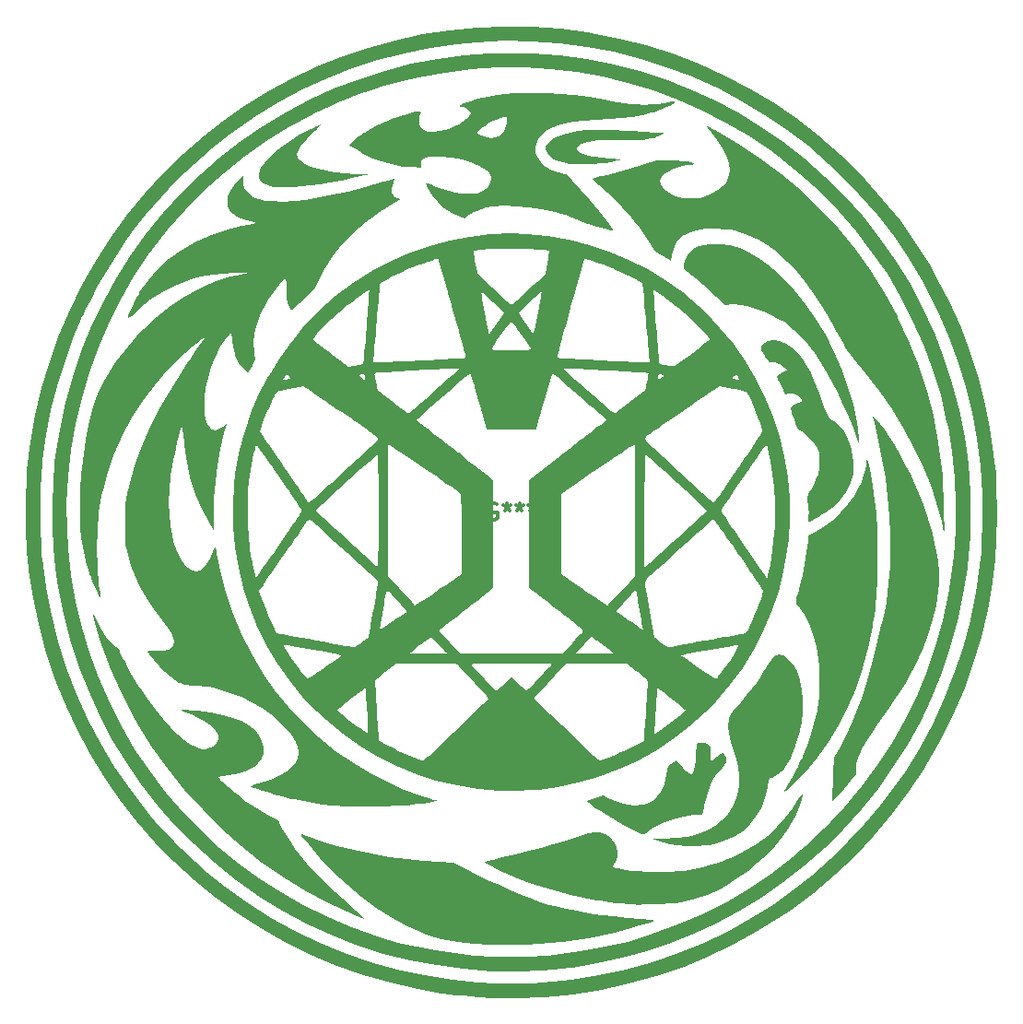
<source format=gbr>
G04 #@! TF.GenerationSoftware,KiCad,Pcbnew,(6.0.11)*
G04 #@! TF.CreationDate,2024-11-25T11:33:09+09:00*
G04 #@! TF.ProjectId,Flame60_Top,466c616d-6536-4305-9f54-6f702e6b6963,rev?*
G04 #@! TF.SameCoordinates,Original*
G04 #@! TF.FileFunction,Legend,Top*
G04 #@! TF.FilePolarity,Positive*
%FSLAX46Y46*%
G04 Gerber Fmt 4.6, Leading zero omitted, Abs format (unit mm)*
G04 Created by KiCad (PCBNEW (6.0.11)) date 2024-11-25 11:33:09*
%MOMM*%
%LPD*%
G01*
G04 APERTURE LIST*
%ADD10C,0.300000*%
G04 APERTURE END LIST*
D10*
X210658588Y-111156750D02*
X210513445Y-111084178D01*
X210295731Y-111084178D01*
X210078017Y-111156750D01*
X209932874Y-111301892D01*
X209860302Y-111447035D01*
X209787731Y-111737321D01*
X209787731Y-111955035D01*
X209860302Y-112245321D01*
X209932874Y-112390464D01*
X210078017Y-112535607D01*
X210295731Y-112608178D01*
X210440874Y-112608178D01*
X210658588Y-112535607D01*
X210731160Y-112463035D01*
X210731160Y-111955035D01*
X210440874Y-111955035D01*
X211602017Y-111084178D02*
X211602017Y-111447035D01*
X211239160Y-111301892D02*
X211602017Y-111447035D01*
X211964874Y-111301892D01*
X211384302Y-111737321D02*
X211602017Y-111447035D01*
X211819731Y-111737321D01*
X212763160Y-111084178D02*
X212763160Y-111447035D01*
X212400302Y-111301892D02*
X212763160Y-111447035D01*
X213126017Y-111301892D01*
X212545445Y-111737321D02*
X212763160Y-111447035D01*
X212980874Y-111737321D01*
X213924302Y-111084178D02*
X213924302Y-111447035D01*
X213561445Y-111301892D02*
X213924302Y-111447035D01*
X214287160Y-111301892D01*
X213706588Y-111737321D02*
X213924302Y-111447035D01*
X214142017Y-111737321D01*
G36*
X245529286Y-103351886D02*
G01*
X245894577Y-103793377D01*
X246302321Y-104352776D01*
X246739228Y-105008414D01*
X247192004Y-105738624D01*
X247647358Y-106521737D01*
X248091997Y-107336086D01*
X248512628Y-108160004D01*
X248641059Y-108424371D01*
X249275487Y-109826415D01*
X249829043Y-111213488D01*
X250298771Y-112573337D01*
X250681716Y-113893709D01*
X250974924Y-115162352D01*
X251175438Y-116367013D01*
X251280305Y-117495439D01*
X251286569Y-118535377D01*
X251234173Y-119176181D01*
X251022944Y-120458565D01*
X250700719Y-121798176D01*
X250278424Y-123164354D01*
X249766986Y-124526441D01*
X249177330Y-125853775D01*
X248520382Y-127115698D01*
X248223498Y-127624667D01*
X247935461Y-128088152D01*
X247579556Y-128639600D01*
X247177660Y-129246416D01*
X246751652Y-129876004D01*
X246323411Y-130495769D01*
X245914816Y-131073116D01*
X245827571Y-131194194D01*
X245212674Y-132069646D01*
X244704718Y-132849301D01*
X244300528Y-133539650D01*
X243996929Y-134147185D01*
X243790744Y-134678397D01*
X243678798Y-135139777D01*
X243657915Y-135537818D01*
X243664925Y-135615009D01*
X243709373Y-135990308D01*
X243189331Y-136598168D01*
X242904346Y-136924173D01*
X242566930Y-137299491D01*
X242229710Y-137665959D01*
X242061376Y-137844785D01*
X241453465Y-138483543D01*
X241492402Y-137807211D01*
X241508520Y-137495483D01*
X241527555Y-137077193D01*
X241547652Y-136595996D01*
X241566958Y-136095551D01*
X241576988Y-135815791D01*
X241622637Y-134500703D01*
X242226788Y-133426634D01*
X242765752Y-132403557D01*
X243279533Y-131293090D01*
X243771117Y-130086375D01*
X244243492Y-128774558D01*
X244699643Y-127348781D01*
X245142559Y-125800188D01*
X245575224Y-124119924D01*
X246000627Y-122299133D01*
X246041618Y-122114699D01*
X246258072Y-121093876D01*
X246431361Y-120173111D01*
X246567601Y-119310475D01*
X246672907Y-118464042D01*
X246753395Y-117591882D01*
X246799921Y-116916087D01*
X246847812Y-115457449D01*
X246823969Y-113892138D01*
X246731035Y-112244083D01*
X246571651Y-110537215D01*
X246348460Y-108795463D01*
X246064103Y-107042758D01*
X245721221Y-105303030D01*
X245335700Y-103652478D01*
X245155269Y-102938572D01*
X245529286Y-103351886D01*
G37*
G36*
X191611362Y-127373233D02*
G01*
X199448743Y-127373233D01*
X199643224Y-130146907D01*
X199687641Y-130775662D01*
X199729213Y-131355110D01*
X199766700Y-131868658D01*
X199798863Y-132299709D01*
X199824462Y-132631669D01*
X199842259Y-132847941D01*
X199851014Y-132931932D01*
X199851237Y-132932414D01*
X199919084Y-132969125D01*
X200097175Y-133062504D01*
X200362151Y-133200380D01*
X200690651Y-133370584D01*
X200879266Y-133468054D01*
X201223962Y-133640408D01*
X201622551Y-133830654D01*
X202050384Y-134028021D01*
X202482810Y-134221739D01*
X202895179Y-134401036D01*
X203262842Y-134555142D01*
X203561149Y-134673285D01*
X203765450Y-134744696D01*
X203838472Y-134761081D01*
X203918176Y-134713754D01*
X204078979Y-134584287D01*
X204293987Y-134395073D01*
X204439655Y-134260461D01*
X204969747Y-133760655D01*
X205520388Y-133239056D01*
X206080902Y-132705968D01*
X206640614Y-132171695D01*
X207188851Y-131646541D01*
X207714938Y-131140811D01*
X208208199Y-130664808D01*
X208657962Y-130228837D01*
X209053550Y-129843202D01*
X209384290Y-129518207D01*
X209639506Y-129264157D01*
X209808525Y-129091355D01*
X209879757Y-129011134D01*
X214120797Y-129011134D01*
X214121784Y-129016520D01*
X214150006Y-129054870D01*
X214229590Y-129140867D01*
X214365494Y-129279299D01*
X214562678Y-129474950D01*
X214826103Y-129732606D01*
X215160729Y-130057053D01*
X215571514Y-130453077D01*
X216063419Y-130925463D01*
X216641405Y-131478998D01*
X217310429Y-132118466D01*
X218075454Y-132848654D01*
X218941437Y-133674347D01*
X219553527Y-134257586D01*
X219784656Y-134472750D01*
X219976724Y-134642220D01*
X220103257Y-134743119D01*
X220136425Y-134761221D01*
X220226711Y-134736796D01*
X220423827Y-134669020D01*
X220694735Y-134569549D01*
X220887904Y-134496057D01*
X221187884Y-134372377D01*
X221583590Y-134197490D01*
X222037037Y-133988810D01*
X222510237Y-133763756D01*
X222871450Y-133586636D01*
X224160379Y-132944877D01*
X224207434Y-132294979D01*
X224213366Y-132212842D01*
X225140866Y-132212842D01*
X225144764Y-132251506D01*
X225190912Y-132253302D01*
X225292946Y-132204854D01*
X225466959Y-132096112D01*
X225729042Y-131917026D01*
X226091397Y-131660329D01*
X226400590Y-131433599D01*
X226732549Y-131180767D01*
X227065813Y-130919318D01*
X227378919Y-130666734D01*
X227650404Y-130440501D01*
X227858806Y-130258103D01*
X227982662Y-130137025D01*
X228007669Y-130099246D01*
X227951302Y-130038028D01*
X227796256Y-129902576D01*
X227563615Y-129709460D01*
X227274462Y-129475254D01*
X226949879Y-129216528D01*
X226610951Y-128949857D01*
X226278760Y-128691810D01*
X225974390Y-128458962D01*
X225718923Y-128267884D01*
X225533443Y-128135147D01*
X225439033Y-128077325D01*
X225433852Y-128076133D01*
X225396568Y-128142196D01*
X225374801Y-128306712D01*
X225373092Y-128357359D01*
X225366530Y-128511488D01*
X225350516Y-128790437D01*
X225326659Y-129169136D01*
X225296565Y-129622517D01*
X225261841Y-130125509D01*
X225240298Y-130428905D01*
X225205679Y-130931173D01*
X225177323Y-131381733D01*
X225156334Y-131759553D01*
X225143814Y-132043600D01*
X225140866Y-132212842D01*
X224213366Y-132212842D01*
X224278357Y-131313002D01*
X224338699Y-130470094D01*
X224389006Y-129755442D01*
X224429822Y-129158233D01*
X224461694Y-128667652D01*
X224485166Y-128272886D01*
X224500784Y-127963121D01*
X224509093Y-127727543D01*
X224510637Y-127555339D01*
X224505963Y-127435695D01*
X224495616Y-127357797D01*
X224480140Y-127310832D01*
X224460094Y-127283997D01*
X224368399Y-127207870D01*
X224181552Y-127058633D01*
X223923322Y-126855079D01*
X223617481Y-126616000D01*
X223478444Y-126507882D01*
X222593895Y-125821117D01*
X217041253Y-125821117D01*
X216832005Y-126030924D01*
X216718835Y-126147545D01*
X216522475Y-126353121D01*
X216262479Y-126626915D01*
X215958399Y-126948189D01*
X215629790Y-127296205D01*
X215296205Y-127650226D01*
X214977197Y-127989514D01*
X214692321Y-128293332D01*
X214461129Y-128540941D01*
X214303176Y-128711603D01*
X214268431Y-128749743D01*
X214159237Y-128899196D01*
X214120797Y-129011134D01*
X209879757Y-129011134D01*
X209880671Y-129010105D01*
X209882463Y-129006514D01*
X209841867Y-128921294D01*
X209714534Y-128751424D01*
X209518941Y-128519578D01*
X209273568Y-128248428D01*
X209206131Y-128176649D01*
X208660377Y-127600367D01*
X208209280Y-127124680D01*
X207844421Y-126740802D01*
X207557380Y-126439951D01*
X207339738Y-126213338D01*
X207183076Y-126052181D01*
X207078974Y-125947693D01*
X207019975Y-125891996D01*
X208331436Y-125891996D01*
X208390791Y-125972942D01*
X208534398Y-126139854D01*
X208743941Y-126373276D01*
X209001102Y-126653749D01*
X209287567Y-126961817D01*
X209585018Y-127278023D01*
X209875139Y-127582909D01*
X210139614Y-127857017D01*
X210360126Y-128080891D01*
X210518360Y-128235072D01*
X210595999Y-128300104D01*
X210599165Y-128300996D01*
X210676225Y-128253031D01*
X210839282Y-128122410D01*
X211064475Y-127929047D01*
X211327947Y-127692855D01*
X211329609Y-127691336D01*
X211996664Y-127081674D01*
X212671819Y-127698740D01*
X212936744Y-127934189D01*
X213164094Y-128123766D01*
X213330250Y-128248633D01*
X213411590Y-128289952D01*
X213412708Y-128289615D01*
X213486201Y-128227654D01*
X213641208Y-128075958D01*
X213859412Y-127853981D01*
X214122495Y-127581176D01*
X214412141Y-127276995D01*
X214710032Y-126960890D01*
X214997852Y-126652315D01*
X215257282Y-126370723D01*
X215470006Y-126135566D01*
X215617708Y-125966296D01*
X215682068Y-125882366D01*
X215683408Y-125878142D01*
X215610654Y-125866879D01*
X215401966Y-125856353D01*
X215071703Y-125846788D01*
X214634226Y-125838406D01*
X214103895Y-125831427D01*
X213495071Y-125826076D01*
X212822115Y-125822572D01*
X212099385Y-125821139D01*
X211994898Y-125821117D01*
X211133594Y-125822530D01*
X210373090Y-125826673D01*
X209720976Y-125833397D01*
X209184844Y-125842557D01*
X208772286Y-125854005D01*
X208490893Y-125867595D01*
X208348259Y-125883179D01*
X208331436Y-125891996D01*
X207019975Y-125891996D01*
X207019014Y-125891089D01*
X207003823Y-125878628D01*
X206913855Y-125865992D01*
X206690834Y-125854310D01*
X206352002Y-125843928D01*
X205914600Y-125835189D01*
X205395870Y-125828437D01*
X204813053Y-125824016D01*
X204183391Y-125822270D01*
X204178423Y-125822267D01*
X201428171Y-125821117D01*
X200718680Y-126365939D01*
X200407400Y-126606354D01*
X200110666Y-126837961D01*
X199865653Y-127031609D01*
X199728966Y-127141997D01*
X199448743Y-127373233D01*
X191611362Y-127373233D01*
X191601876Y-127361654D01*
X190502623Y-125792022D01*
X189527713Y-124150922D01*
X189507350Y-124109980D01*
X191067721Y-124109980D01*
X191089606Y-124187051D01*
X191185032Y-124364845D01*
X191339896Y-124621984D01*
X191540098Y-124937095D01*
X191771535Y-125288801D01*
X192020107Y-125655727D01*
X192271712Y-126016498D01*
X192512248Y-126349738D01*
X192727613Y-126634071D01*
X192759759Y-126674814D01*
X193000877Y-126964339D01*
X193172579Y-127136349D01*
X193285431Y-127200579D01*
X193324034Y-127194801D01*
X193413614Y-127137707D01*
X193609134Y-127008799D01*
X193892031Y-126820460D01*
X194243746Y-126585070D01*
X194645718Y-126315013D01*
X194932633Y-126121708D01*
X195348244Y-125838036D01*
X195715579Y-125580864D01*
X196018297Y-125362171D01*
X196240054Y-125193933D01*
X196364508Y-125088129D01*
X196384226Y-125058245D01*
X227618810Y-125058245D01*
X227664504Y-125111634D01*
X227819462Y-125236492D01*
X228067727Y-125421175D01*
X228393338Y-125654041D01*
X228780335Y-125923446D01*
X229152661Y-126177224D01*
X229649956Y-126511155D01*
X230038432Y-126766891D01*
X230332281Y-126952595D01*
X230545695Y-127076432D01*
X230692864Y-127146564D01*
X230787980Y-127171155D01*
X230845232Y-127158368D01*
X230850927Y-127154147D01*
X230939697Y-127058608D01*
X231094278Y-126869991D01*
X231291973Y-126616691D01*
X231484675Y-126361357D01*
X231817693Y-125902864D01*
X232122309Y-125463640D01*
X232388735Y-125059676D01*
X232607185Y-124706965D01*
X232767871Y-124421500D01*
X232861008Y-124219273D01*
X232876807Y-124116277D01*
X232864308Y-124106963D01*
X232765112Y-124114235D01*
X232540607Y-124145858D01*
X232211538Y-124198071D01*
X231798652Y-124267110D01*
X231322694Y-124349213D01*
X230804410Y-124440618D01*
X230264546Y-124537562D01*
X229723848Y-124636284D01*
X229203062Y-124733021D01*
X228722933Y-124824011D01*
X228304208Y-124905491D01*
X227967633Y-124973698D01*
X227733953Y-125024872D01*
X227623914Y-125055249D01*
X227618810Y-125058245D01*
X196384226Y-125058245D01*
X196384776Y-125057412D01*
X196298375Y-125030137D01*
X196085480Y-124982090D01*
X195766483Y-124916904D01*
X195628066Y-124889990D01*
X202613931Y-124889990D01*
X202676480Y-124898280D01*
X202868955Y-124905662D01*
X203170986Y-124911789D01*
X203562203Y-124916312D01*
X204022238Y-124918882D01*
X204329809Y-124919342D01*
X204862394Y-124916520D01*
X205316283Y-124908486D01*
X205675220Y-124895886D01*
X205922946Y-124879367D01*
X206043202Y-124859577D01*
X206051949Y-124850825D01*
X205992881Y-124774134D01*
X205848737Y-124612288D01*
X205639755Y-124387358D01*
X205386177Y-124121415D01*
X205325034Y-124058170D01*
X204996501Y-123729521D01*
X204757448Y-123514412D01*
X204603368Y-123409102D01*
X204535981Y-123403014D01*
X204448127Y-123471306D01*
X204264376Y-123613334D01*
X204007944Y-123811180D01*
X203702049Y-124046925D01*
X203547018Y-124166318D01*
X203231407Y-124409652D01*
X202959775Y-124619701D01*
X202753588Y-124779818D01*
X202634307Y-124873359D01*
X202613931Y-124889990D01*
X195628066Y-124889990D01*
X195361775Y-124838212D01*
X194891749Y-124749649D01*
X194376796Y-124654848D01*
X193837308Y-124557442D01*
X193293675Y-124461065D01*
X192766290Y-124369350D01*
X192275544Y-124285931D01*
X191841829Y-124214441D01*
X191485536Y-124158515D01*
X191227057Y-124121784D01*
X191086784Y-124107884D01*
X191067721Y-124109980D01*
X189507350Y-124109980D01*
X188679871Y-122446271D01*
X187961822Y-120685987D01*
X187466010Y-119155019D01*
X188835594Y-119155019D01*
X189007001Y-119651234D01*
X189370701Y-120639944D01*
X189773711Y-121623587D01*
X190057210Y-122255794D01*
X190410248Y-123011478D01*
X190816503Y-123099293D01*
X191015904Y-123139352D01*
X191333332Y-123199484D01*
X191738716Y-123274158D01*
X192201985Y-123357843D01*
X192693067Y-123445009D01*
X192763290Y-123457345D01*
X193369723Y-123564649D01*
X194060733Y-123688425D01*
X194773210Y-123817275D01*
X195444041Y-123939803D01*
X195844355Y-124013721D01*
X196310758Y-124099962D01*
X196729617Y-124176672D01*
X197077464Y-124239614D01*
X197330836Y-124284551D01*
X197466267Y-124307246D01*
X197479560Y-124309010D01*
X197578791Y-124273329D01*
X197770473Y-124169823D01*
X198023440Y-124016158D01*
X198210371Y-123894816D01*
X198482262Y-123704723D01*
X198703903Y-123532561D01*
X198846321Y-123401806D01*
X198882731Y-123349994D01*
X198904617Y-123245843D01*
X198947839Y-123014218D01*
X199008707Y-122675842D01*
X199014712Y-122641786D01*
X199906073Y-122641786D01*
X199942354Y-122654897D01*
X200038708Y-122615772D01*
X200208625Y-122516838D01*
X200465595Y-122350517D01*
X200823110Y-122109234D01*
X201100899Y-121918864D01*
X201449529Y-121680448D01*
X201763447Y-121468236D01*
X202017880Y-121298786D01*
X202188055Y-121188658D01*
X202238702Y-121158321D01*
X202354151Y-121066662D01*
X202382225Y-121008235D01*
X202333478Y-120925717D01*
X202202192Y-120762520D01*
X202010798Y-120545531D01*
X201867181Y-120390909D01*
X201589754Y-120096596D01*
X201298349Y-119785420D01*
X201043032Y-119510900D01*
X200971637Y-119433573D01*
X200785763Y-119240539D01*
X200640839Y-119106551D01*
X200563778Y-119056127D01*
X200559178Y-119057834D01*
X200538043Y-119139599D01*
X200496315Y-119348241D01*
X200437923Y-119662354D01*
X200366796Y-120060534D01*
X200286866Y-120521376D01*
X200241856Y-120786206D01*
X200158115Y-121276846D01*
X200080532Y-121721011D01*
X200013195Y-122096126D01*
X199960189Y-122379621D01*
X199925600Y-122548923D01*
X199916372Y-122584015D01*
X199906073Y-122641786D01*
X199014712Y-122641786D01*
X199083536Y-122251438D01*
X199168637Y-121761730D01*
X199258678Y-121237093D01*
X199353245Y-120684448D01*
X199443627Y-120159419D01*
X199525534Y-119686680D01*
X199594676Y-119290905D01*
X199646766Y-118996768D01*
X199675225Y-118840889D01*
X199718628Y-118590132D01*
X199746481Y-118386839D01*
X199752047Y-118310807D01*
X199698046Y-118230910D01*
X199545168Y-118064766D01*
X199307103Y-117825716D01*
X199273495Y-117793297D01*
X200653823Y-117793297D01*
X201123497Y-118293510D01*
X201388736Y-118574952D01*
X201706555Y-118910639D01*
X202025536Y-119246314D01*
X202167721Y-119395438D01*
X202426003Y-119668892D01*
X202666794Y-119929056D01*
X202857857Y-120140830D01*
X202944667Y-120241383D01*
X203074903Y-120391783D01*
X203160226Y-120477793D01*
X203173280Y-120485614D01*
X203241998Y-120446027D01*
X203409612Y-120338276D01*
X203650847Y-120178874D01*
X203936866Y-119986742D01*
X204230962Y-119787500D01*
X204616345Y-119526013D01*
X205060082Y-119224650D01*
X205529243Y-118905775D01*
X205990897Y-118591756D01*
X206045687Y-118554468D01*
X207417136Y-117621066D01*
X207415986Y-113962068D01*
X207414654Y-113233176D01*
X207411278Y-112549365D01*
X207406080Y-111925481D01*
X207399286Y-111376368D01*
X207391118Y-110916870D01*
X207381800Y-110561832D01*
X207371557Y-110326098D01*
X207360611Y-110224512D01*
X207359625Y-110222494D01*
X207286760Y-110163115D01*
X207104058Y-110030076D01*
X206825554Y-109832938D01*
X206465285Y-109581266D01*
X206037290Y-109284624D01*
X205555605Y-108952574D01*
X205034268Y-108594680D01*
X204487315Y-108220505D01*
X203928783Y-107839613D01*
X203372711Y-107461567D01*
X202833135Y-107095930D01*
X202324092Y-106752266D01*
X201859620Y-106440138D01*
X201453756Y-106169109D01*
X201120536Y-105948744D01*
X200873998Y-105788605D01*
X200728180Y-105698255D01*
X200694279Y-105681472D01*
X200688003Y-105754752D01*
X200682025Y-105967120D01*
X200676420Y-106307369D01*
X200671263Y-106764292D01*
X200666628Y-107326681D01*
X200662591Y-107983329D01*
X200659226Y-108723028D01*
X200656609Y-109534572D01*
X200654813Y-110406752D01*
X200653915Y-111328362D01*
X200653823Y-111737384D01*
X200653823Y-117793297D01*
X199273495Y-117793297D01*
X198997540Y-117527101D01*
X198630170Y-117182260D01*
X198218681Y-116804535D01*
X198046793Y-116649022D01*
X197524513Y-116177968D01*
X196951850Y-115660676D01*
X196362644Y-115127767D01*
X195790733Y-114609861D01*
X195269957Y-114137579D01*
X194916252Y-113816235D01*
X194528411Y-113465352D01*
X194176483Y-113150510D01*
X193875839Y-112885171D01*
X193641849Y-112682798D01*
X193489882Y-112556855D01*
X193436363Y-112519933D01*
X193362567Y-112576836D01*
X193257549Y-112714975D01*
X193250061Y-112726590D01*
X193153881Y-112871095D01*
X192994404Y-113103947D01*
X192795248Y-113390877D01*
X192615606Y-113647152D01*
X192409013Y-113942234D01*
X192138020Y-114331886D01*
X191817366Y-114794696D01*
X191461790Y-115309245D01*
X191086030Y-115854120D01*
X190704827Y-116407905D01*
X190332919Y-116949184D01*
X189985045Y-117456541D01*
X189675945Y-117908562D01*
X189420358Y-118283830D01*
X189233022Y-118560931D01*
X189207399Y-118599163D01*
X188835594Y-119155019D01*
X187466010Y-119155019D01*
X187376292Y-118877986D01*
X186926007Y-117030186D01*
X186613690Y-115150505D01*
X186442069Y-113246858D01*
X186423881Y-112008784D01*
X187769111Y-112008784D01*
X187796263Y-113071067D01*
X187858160Y-114113331D01*
X187953660Y-115095690D01*
X188081619Y-115978255D01*
X188108688Y-116127034D01*
X188197496Y-116578562D01*
X188287305Y-117001239D01*
X188372401Y-117371319D01*
X188447066Y-117665054D01*
X188505583Y-117858699D01*
X188542235Y-117928507D01*
X188542388Y-117928504D01*
X188593541Y-117867998D01*
X188721109Y-117695230D01*
X188916763Y-117422064D01*
X189172170Y-117060362D01*
X189478999Y-116621987D01*
X189828920Y-116118802D01*
X190213601Y-115562670D01*
X190624711Y-114965453D01*
X190685984Y-114876205D01*
X191166244Y-114175437D01*
X191567222Y-113587583D01*
X191895474Y-113102185D01*
X192157554Y-112708782D01*
X192360016Y-112396916D01*
X192509416Y-112156127D01*
X192612309Y-111975957D01*
X192675249Y-111845946D01*
X192703603Y-111759263D01*
X194040805Y-111759263D01*
X194094161Y-111820463D01*
X194244301Y-111968227D01*
X194476331Y-112188535D01*
X194775357Y-112467367D01*
X195126485Y-112790704D01*
X195447637Y-113083568D01*
X195865379Y-113463041D01*
X196275986Y-113836283D01*
X196656861Y-114182736D01*
X196985411Y-114481843D01*
X197239039Y-114713046D01*
X197347302Y-114811945D01*
X197624073Y-115063488D01*
X197960450Y-115366748D01*
X198303370Y-115673968D01*
X198474546Y-115826442D01*
X198767647Y-116087513D01*
X199053474Y-116343280D01*
X199292899Y-116558671D01*
X199410566Y-116665391D01*
X199583602Y-116813429D01*
X199709835Y-116903106D01*
X199750898Y-116916791D01*
X199757402Y-116839566D01*
X199763515Y-116624318D01*
X199769149Y-116283322D01*
X199774215Y-115828852D01*
X199778624Y-115273182D01*
X199782287Y-114628584D01*
X199785117Y-113907334D01*
X199787025Y-113121704D01*
X199787922Y-112283968D01*
X199787945Y-111780209D01*
X199786948Y-110917083D01*
X199784618Y-110098317D01*
X199781079Y-109336268D01*
X199776452Y-108643292D01*
X199770862Y-108031746D01*
X199764432Y-107513987D01*
X199757285Y-107102370D01*
X199749544Y-106809252D01*
X199741333Y-106646989D01*
X199736460Y-106617759D01*
X199672936Y-106656623D01*
X199510805Y-106786484D01*
X199262108Y-106996627D01*
X198938887Y-107276335D01*
X198553184Y-107614893D01*
X198117041Y-108001583D01*
X197642499Y-108425690D01*
X197141600Y-108876498D01*
X196626386Y-109343291D01*
X196108898Y-109815352D01*
X195601178Y-110281965D01*
X195168024Y-110683294D01*
X194898112Y-110932985D01*
X194609752Y-111197475D01*
X194397758Y-111390176D01*
X194213526Y-111563271D01*
X194084614Y-111697308D01*
X194040805Y-111759263D01*
X192703603Y-111759263D01*
X192704790Y-111755635D01*
X192707489Y-111694565D01*
X192698011Y-111665711D01*
X192625657Y-111545665D01*
X192485681Y-111331398D01*
X192297124Y-111051482D01*
X192079030Y-110734487D01*
X192040277Y-110678809D01*
X191850511Y-110405314D01*
X191592307Y-110031230D01*
X191281880Y-109580158D01*
X190935447Y-109075694D01*
X190569225Y-108541438D01*
X190199430Y-108000989D01*
X190077932Y-107823188D01*
X189741625Y-107331635D01*
X189430929Y-106879007D01*
X189156348Y-106480490D01*
X188928384Y-106151269D01*
X188757542Y-105906529D01*
X188654325Y-105761456D01*
X188628946Y-105728274D01*
X188579012Y-105757599D01*
X188512205Y-105917533D01*
X188432427Y-106189830D01*
X188343581Y-106556247D01*
X188249571Y-106998537D01*
X188154298Y-107498458D01*
X188061666Y-108037764D01*
X187975578Y-108598210D01*
X187907536Y-109100703D01*
X187823605Y-109983714D01*
X187777844Y-110966371D01*
X187769111Y-112008784D01*
X186423881Y-112008784D01*
X186413867Y-111327165D01*
X186531811Y-109399342D01*
X186647862Y-108424586D01*
X186989147Y-106502359D01*
X187470957Y-104626627D01*
X187523904Y-104470458D01*
X188930746Y-104470458D01*
X188971944Y-104550934D01*
X189089511Y-104741386D01*
X189274407Y-105028123D01*
X189517592Y-105397451D01*
X189810025Y-105835679D01*
X190142668Y-106329114D01*
X190506478Y-106864064D01*
X190638848Y-107057614D01*
X191035106Y-107636558D01*
X191424482Y-108206144D01*
X191794223Y-108747669D01*
X192131580Y-109242431D01*
X192423802Y-109671728D01*
X192658138Y-110016860D01*
X192821836Y-110259122D01*
X192836925Y-110281580D01*
X193034384Y-110568210D01*
X193205388Y-110802436D01*
X193331110Y-110959388D01*
X193391594Y-111014273D01*
X193466137Y-110967311D01*
X193632257Y-110835467D01*
X193870439Y-110635090D01*
X194161170Y-110382527D01*
X194417659Y-110154625D01*
X194740867Y-109864357D01*
X195029950Y-109604078D01*
X195264197Y-109392487D01*
X195422898Y-109248283D01*
X195480183Y-109195319D01*
X195559613Y-109121876D01*
X195735698Y-108960710D01*
X195993831Y-108725140D01*
X196319402Y-108428481D01*
X196697804Y-108084051D01*
X197114426Y-107705167D01*
X197272166Y-107561797D01*
X197862568Y-107025000D01*
X198351040Y-106579683D01*
X198746979Y-106216358D01*
X199059786Y-105925538D01*
X199298857Y-105697734D01*
X199473594Y-105523460D01*
X199593394Y-105393228D01*
X199667656Y-105297550D01*
X199705780Y-105226937D01*
X199717163Y-105171904D01*
X199711206Y-105122961D01*
X199706486Y-105104483D01*
X199625855Y-105003710D01*
X199418838Y-104826339D01*
X199087448Y-104573889D01*
X198633696Y-104247882D01*
X198059595Y-103849838D01*
X197922360Y-103756168D01*
X197450506Y-103434898D01*
X203284000Y-103434898D01*
X203340783Y-103495739D01*
X203497961Y-103630748D01*
X203735778Y-103823800D01*
X204034478Y-104058771D01*
X204279710Y-104247571D01*
X204601520Y-104494432D01*
X205015627Y-104814001D01*
X205496114Y-105186170D01*
X206017066Y-105590832D01*
X206552568Y-106007879D01*
X207076704Y-106417203D01*
X207154118Y-106477770D01*
X207651509Y-106866632D01*
X208143756Y-107250765D01*
X208609474Y-107613531D01*
X209027277Y-107938295D01*
X209375777Y-108208418D01*
X209633588Y-108407263D01*
X209688313Y-108449202D01*
X210343808Y-108950407D01*
X210345546Y-113910170D01*
X210347283Y-118869933D01*
X208863422Y-120029901D01*
X208382292Y-120405181D01*
X207872793Y-120801146D01*
X207368453Y-121191839D01*
X206902803Y-121551300D01*
X206509373Y-121853570D01*
X206388226Y-121946173D01*
X206057765Y-122201724D01*
X205773470Y-122428131D01*
X205555286Y-122608976D01*
X205423158Y-122727842D01*
X205392516Y-122765729D01*
X205440482Y-122837558D01*
X205576635Y-122999926D01*
X205785088Y-123234940D01*
X206049951Y-123524711D01*
X206355334Y-123851347D01*
X206376902Y-123874161D01*
X207365661Y-124919342D01*
X216645116Y-124919342D01*
X216707064Y-124853629D01*
X217950371Y-124853629D01*
X218014723Y-124872343D01*
X218209235Y-124888945D01*
X218513780Y-124902666D01*
X218908227Y-124912738D01*
X219372448Y-124918391D01*
X219670188Y-124919342D01*
X221415054Y-124919342D01*
X220860030Y-124484960D01*
X220540243Y-124234905D01*
X220195118Y-123965382D01*
X219889699Y-123727183D01*
X219837080Y-123686195D01*
X219369155Y-123321812D01*
X218672287Y-124054865D01*
X218413716Y-124329648D01*
X218194712Y-124567652D01*
X218035275Y-124746748D01*
X217955405Y-124844809D01*
X217950371Y-124853629D01*
X216707064Y-124853629D01*
X217573286Y-123934761D01*
X217876077Y-123611206D01*
X218144779Y-123319622D01*
X218361461Y-123079821D01*
X218508194Y-122911619D01*
X218565208Y-122838581D01*
X218569638Y-122711261D01*
X218485274Y-122626341D01*
X218387556Y-122553295D01*
X218189553Y-122401681D01*
X217909382Y-122185501D01*
X217565162Y-121918759D01*
X217175009Y-121615459D01*
X216880990Y-121386335D01*
X216411148Y-121019908D01*
X216402388Y-121013079D01*
X221634052Y-121013079D01*
X221700627Y-121074109D01*
X221868936Y-121201532D01*
X222115198Y-121379064D01*
X222415635Y-121590419D01*
X222746468Y-121819312D01*
X223083918Y-122049458D01*
X223404206Y-122264571D01*
X223683554Y-122448367D01*
X223898183Y-122584561D01*
X224024313Y-122656867D01*
X224045047Y-122664267D01*
X224074974Y-122603500D01*
X224062807Y-122495821D01*
X224033172Y-122349391D01*
X223984363Y-122084936D01*
X223921603Y-121732734D01*
X223850113Y-121323063D01*
X223775116Y-120886201D01*
X223701834Y-120452426D01*
X223635489Y-120052015D01*
X223581302Y-119715248D01*
X223563817Y-119602626D01*
X223516395Y-119339187D01*
X223467956Y-119145771D01*
X223427998Y-119059279D01*
X223423575Y-119057803D01*
X223348553Y-119109641D01*
X223204846Y-119246009D01*
X223022581Y-119438185D01*
X223009750Y-119452330D01*
X222791868Y-119690255D01*
X222517455Y-119985768D01*
X222233929Y-120287907D01*
X222131654Y-120395975D01*
X221914837Y-120633047D01*
X221747101Y-120833078D01*
X221649581Y-120969860D01*
X221634052Y-121013079D01*
X216402388Y-121013079D01*
X215920799Y-120637633D01*
X215441767Y-120264307D01*
X215005875Y-119924730D01*
X214644946Y-119643701D01*
X214537403Y-119560015D01*
X213654414Y-118873060D01*
X213655064Y-117621367D01*
X216582682Y-117621367D01*
X217955383Y-118555226D01*
X218412023Y-118866152D01*
X218878165Y-119184023D01*
X219321445Y-119486735D01*
X219709495Y-119752184D01*
X220009950Y-119958264D01*
X220041988Y-119980298D01*
X220327977Y-120173289D01*
X220568529Y-120328511D01*
X220737165Y-120429351D01*
X220806203Y-120459775D01*
X220869435Y-120403840D01*
X221020304Y-120252927D01*
X221244189Y-120022201D01*
X221526464Y-119726827D01*
X221852508Y-119381970D01*
X222102505Y-119115446D01*
X222822334Y-118345586D01*
X224267126Y-118345586D01*
X224269067Y-118418555D01*
X224273965Y-118456620D01*
X224309813Y-118695104D01*
X224364649Y-119035863D01*
X224434683Y-119457304D01*
X224516124Y-119937833D01*
X224605181Y-120455855D01*
X224698066Y-120989777D01*
X224790988Y-121518006D01*
X224880156Y-122018946D01*
X224961781Y-122471005D01*
X225032072Y-122852589D01*
X225087240Y-123142104D01*
X225123493Y-123317956D01*
X225134587Y-123359917D01*
X225208863Y-123440117D01*
X225374258Y-123580012D01*
X225597531Y-123754887D01*
X225845447Y-123940031D01*
X226084767Y-124110729D01*
X226282254Y-124242268D01*
X226404669Y-124309934D01*
X226417276Y-124313638D01*
X226494839Y-124302006D01*
X226701315Y-124266910D01*
X227017728Y-124211690D01*
X227425104Y-124139683D01*
X227904469Y-124054228D01*
X228436849Y-123958663D01*
X228521418Y-123943426D01*
X229145019Y-123831041D01*
X229795529Y-123713850D01*
X230436047Y-123598498D01*
X231029670Y-123491629D01*
X231539497Y-123399888D01*
X231840213Y-123345811D01*
X232273316Y-123267563D01*
X232671910Y-123194821D01*
X233004913Y-123133311D01*
X233241241Y-123088761D01*
X233328273Y-123071614D01*
X233501850Y-123007621D01*
X233635337Y-122874566D01*
X233751208Y-122673520D01*
X233938805Y-122280604D01*
X234156466Y-121791799D01*
X234384972Y-121253200D01*
X234605101Y-120710905D01*
X234797633Y-120211008D01*
X234917920Y-119875393D01*
X235164525Y-119152450D01*
X234868882Y-118710600D01*
X234711354Y-118477206D01*
X234482385Y-118140735D01*
X234196074Y-117721689D01*
X233866520Y-117240567D01*
X233507823Y-116717871D01*
X233134083Y-116174103D01*
X232759399Y-115629764D01*
X232397870Y-115105353D01*
X232063596Y-114621374D01*
X231770676Y-114198326D01*
X231533210Y-113856712D01*
X231386534Y-113647152D01*
X231172399Y-113341300D01*
X230978206Y-113060909D01*
X230827570Y-112840255D01*
X230752259Y-112726590D01*
X230646699Y-112584541D01*
X230569233Y-112520258D01*
X230565957Y-112519933D01*
X230497791Y-112568488D01*
X230334239Y-112705177D01*
X230090671Y-112916538D01*
X229782456Y-113189107D01*
X229424966Y-113509421D01*
X229086067Y-113816235D01*
X228630533Y-114229921D01*
X228096870Y-114713535D01*
X227518781Y-115236598D01*
X226929974Y-115768630D01*
X226364152Y-116279150D01*
X225949056Y-116653069D01*
X225467273Y-117087110D01*
X225085897Y-117433012D01*
X224793516Y-117703062D01*
X224578719Y-117909548D01*
X224430093Y-118064756D01*
X224336227Y-118180974D01*
X224285708Y-118270488D01*
X224267126Y-118345586D01*
X222822334Y-118345586D01*
X223348497Y-117782853D01*
X223348497Y-114596704D01*
X224221629Y-114596704D01*
X224221843Y-115218129D01*
X224222942Y-115767426D01*
X224224982Y-116229807D01*
X224228022Y-116590486D01*
X224232119Y-116834674D01*
X224237331Y-116947583D01*
X224239033Y-116953661D01*
X224302696Y-116907132D01*
X224453585Y-116781572D01*
X224666789Y-116598019D01*
X224839635Y-116446413D01*
X225130058Y-116188823D01*
X225421741Y-115928347D01*
X225668176Y-115706581D01*
X225752649Y-115629831D01*
X225889256Y-115505350D01*
X226121264Y-115294239D01*
X226432815Y-115010914D01*
X226808051Y-114669793D01*
X227231113Y-114285293D01*
X227686145Y-113871829D01*
X228007669Y-113579730D01*
X228458424Y-113169122D01*
X228872620Y-112789632D01*
X229237344Y-112453261D01*
X229539680Y-112172012D01*
X229766715Y-111957885D01*
X229905534Y-111822883D01*
X229944414Y-111779863D01*
X229898149Y-111714540D01*
X231292475Y-111714540D01*
X231302712Y-111783499D01*
X231341518Y-111884407D01*
X231415467Y-112027755D01*
X231531132Y-112224038D01*
X231695090Y-112483746D01*
X231913914Y-112817374D01*
X232194178Y-113235414D01*
X232542458Y-113748357D01*
X232965328Y-114366698D01*
X233315731Y-114877321D01*
X233730182Y-115479295D01*
X234119434Y-116041919D01*
X234475147Y-116553328D01*
X234788980Y-117001659D01*
X235052590Y-117375050D01*
X235257637Y-117661638D01*
X235395778Y-117849560D01*
X235458672Y-117926952D01*
X235461037Y-117928294D01*
X235521939Y-117869065D01*
X235550211Y-117799075D01*
X235662818Y-117346330D01*
X235777075Y-116774526D01*
X235888437Y-116114772D01*
X235992356Y-115398175D01*
X236084285Y-114655846D01*
X236159680Y-113918893D01*
X236209531Y-113287601D01*
X236248960Y-112130150D01*
X236223527Y-110900210D01*
X236137211Y-109639871D01*
X235993993Y-108391225D01*
X235797854Y-107196361D01*
X235552775Y-106097372D01*
X235516599Y-105960292D01*
X235433330Y-105651054D01*
X235292678Y-105835346D01*
X235210005Y-105950238D01*
X235057350Y-106168643D01*
X234849115Y-106469705D01*
X234599705Y-106832566D01*
X234323525Y-107236371D01*
X234205251Y-107409874D01*
X233848341Y-107932793D01*
X233442982Y-108524785D01*
X233023550Y-109135770D01*
X232624418Y-109715666D01*
X232322608Y-110152774D01*
X232043200Y-110558505D01*
X231789356Y-110930679D01*
X231574889Y-111248754D01*
X231413615Y-111492190D01*
X231319348Y-111640445D01*
X231304232Y-111667037D01*
X231292475Y-111714540D01*
X229898149Y-111714540D01*
X229897614Y-111713785D01*
X229755156Y-111563083D01*
X229533161Y-111343603D01*
X229247751Y-111071189D01*
X228915049Y-110761687D01*
X228817195Y-110671984D01*
X227981371Y-109908514D01*
X227249876Y-109241093D01*
X226616391Y-108664055D01*
X226074596Y-108171737D01*
X225618171Y-107758473D01*
X225240797Y-107418599D01*
X224936154Y-107146449D01*
X224697923Y-106936359D01*
X224519783Y-106782665D01*
X224395415Y-106679701D01*
X224318499Y-106621802D01*
X224282717Y-106603304D01*
X224279296Y-106604322D01*
X224273166Y-106682850D01*
X224267116Y-106896275D01*
X224261203Y-107229809D01*
X224255484Y-107668666D01*
X224250016Y-108198058D01*
X224244858Y-108803197D01*
X224240067Y-109469295D01*
X224235699Y-110181566D01*
X224231814Y-110925221D01*
X224228468Y-111685474D01*
X224225719Y-112447536D01*
X224223625Y-113196620D01*
X224222242Y-113917938D01*
X224221629Y-114596704D01*
X223348497Y-114596704D01*
X223348497Y-111732162D01*
X223347959Y-110793145D01*
X223346400Y-109898738D01*
X223343903Y-109060155D01*
X223340549Y-108288608D01*
X223336421Y-107595308D01*
X223331601Y-106991469D01*
X223326172Y-106488301D01*
X223320215Y-106097019D01*
X223313814Y-105828832D01*
X223307050Y-105694955D01*
X223304080Y-105681472D01*
X223246174Y-105711873D01*
X223098262Y-105804819D01*
X222856464Y-105962920D01*
X222516899Y-106188788D01*
X222075689Y-106485033D01*
X221528952Y-106854268D01*
X220872809Y-107299103D01*
X220103379Y-107822150D01*
X219216783Y-108426020D01*
X218522884Y-108899233D01*
X216590466Y-110217641D01*
X216582682Y-117621367D01*
X213655064Y-117621367D01*
X213656989Y-113911733D01*
X213659563Y-108950407D01*
X216219186Y-106958987D01*
X216791126Y-106514252D01*
X217353242Y-106077609D01*
X217888525Y-105662238D01*
X218379969Y-105281318D01*
X218500740Y-105187839D01*
X224292836Y-105187839D01*
X224328897Y-105267379D01*
X224412164Y-105379343D01*
X224553215Y-105534664D01*
X224762624Y-105744274D01*
X225050969Y-106019105D01*
X225428826Y-106370091D01*
X225906770Y-106808164D01*
X225994575Y-106888289D01*
X226469134Y-107321306D01*
X226947125Y-107757754D01*
X227406541Y-108177514D01*
X227825373Y-108560471D01*
X228181613Y-108886506D01*
X228453253Y-109135503D01*
X228496130Y-109174874D01*
X229075021Y-109704834D01*
X229551142Y-110136586D01*
X229930639Y-110475491D01*
X230219655Y-110726911D01*
X230424335Y-110896209D01*
X230550822Y-110988746D01*
X230600272Y-111011112D01*
X230663129Y-110951400D01*
X230795702Y-110785015D01*
X230984420Y-110530393D01*
X231215709Y-110205966D01*
X231475996Y-109830170D01*
X231552822Y-109717372D01*
X231833677Y-109304029D01*
X232177894Y-108798300D01*
X232563915Y-108231806D01*
X232970185Y-107636168D01*
X233375144Y-107043006D01*
X233750899Y-106493207D01*
X234077072Y-106013182D01*
X234373903Y-105570422D01*
X234631103Y-105180745D01*
X234838382Y-104859970D01*
X234985452Y-104623913D01*
X235062022Y-104488393D01*
X235070738Y-104464213D01*
X235041807Y-104328947D01*
X234962752Y-104084936D01*
X234843303Y-103755687D01*
X234693193Y-103364705D01*
X234522153Y-102935499D01*
X234339917Y-102491575D01*
X234156214Y-102056439D01*
X233980779Y-101653599D01*
X233823341Y-101306560D01*
X233693634Y-101038830D01*
X233601390Y-100873916D01*
X233567776Y-100833911D01*
X233477909Y-100808139D01*
X233266494Y-100759775D01*
X232959608Y-100694421D01*
X232583330Y-100617682D01*
X232308011Y-100563201D01*
X231105907Y-100328127D01*
X230251906Y-100913507D01*
X229890560Y-101160699D01*
X229448336Y-101462456D01*
X228968813Y-101789084D01*
X228495569Y-102110891D01*
X228233113Y-102289073D01*
X227379785Y-102868354D01*
X226625839Y-103380981D01*
X225974873Y-103824492D01*
X225430485Y-104196422D01*
X224996275Y-104494310D01*
X224675840Y-104715691D01*
X224472780Y-104858103D01*
X224390692Y-104919081D01*
X224390227Y-104919535D01*
X224331855Y-105024052D01*
X224293406Y-105129789D01*
X224292836Y-105187839D01*
X218500740Y-105187839D01*
X218810567Y-104948027D01*
X219163313Y-104675544D01*
X219421199Y-104477048D01*
X219493041Y-104422037D01*
X219913931Y-104099812D01*
X220228434Y-103855627D01*
X220449912Y-103676704D01*
X220591730Y-103550259D01*
X220667249Y-103463514D01*
X220689834Y-103403687D01*
X220672848Y-103357998D01*
X220640948Y-103324163D01*
X220553892Y-103246222D01*
X220371200Y-103085351D01*
X220110715Y-102857166D01*
X219790278Y-102577286D01*
X219427731Y-102261326D01*
X219245271Y-102102548D01*
X218784905Y-101702108D01*
X218279448Y-101262404D01*
X217768582Y-100817959D01*
X217291986Y-100403294D01*
X216891352Y-100054681D01*
X216554283Y-99767285D01*
X216254537Y-99522942D01*
X216010576Y-99335792D01*
X215840860Y-99219972D01*
X215763853Y-99189621D01*
X215762874Y-99190480D01*
X215722033Y-99283538D01*
X215651180Y-99493471D01*
X215559250Y-99791989D01*
X215455181Y-100150805D01*
X215421585Y-100270821D01*
X215290908Y-100740190D01*
X215137452Y-101289063D01*
X214979446Y-101852350D01*
X214835124Y-102364964D01*
X214821693Y-102412537D01*
X214702135Y-102838409D01*
X214588718Y-103246960D01*
X214491722Y-103600841D01*
X214421427Y-103862704D01*
X214402842Y-103934282D01*
X214302332Y-104328809D01*
X209699987Y-104328809D01*
X209599478Y-103934282D01*
X209542975Y-103720503D01*
X209455594Y-103399523D01*
X209347612Y-103008690D01*
X209229310Y-102585354D01*
X209180627Y-102412537D01*
X209038763Y-101908888D01*
X208881328Y-101347827D01*
X208726554Y-100794441D01*
X208592673Y-100313819D01*
X208580735Y-100270821D01*
X208474581Y-99898790D01*
X208377598Y-99578062D01*
X208298769Y-99336984D01*
X208247075Y-99203898D01*
X208237926Y-99188959D01*
X208159784Y-99207660D01*
X207995142Y-99312258D01*
X207767560Y-99486304D01*
X207552671Y-99667407D01*
X207336679Y-99856029D01*
X207027495Y-100125603D01*
X206645373Y-100458493D01*
X206210565Y-100837063D01*
X205743321Y-101243678D01*
X205263895Y-101660702D01*
X205106337Y-101797708D01*
X204663977Y-102183912D01*
X204260358Y-102539333D01*
X203908939Y-102851880D01*
X203623175Y-103109462D01*
X203416526Y-103299991D01*
X203302448Y-103411375D01*
X203284000Y-103434898D01*
X197450506Y-103434898D01*
X197415737Y-103411225D01*
X196901390Y-103061044D01*
X196406720Y-102724279D01*
X195959128Y-102419583D01*
X195586016Y-102165612D01*
X195355894Y-102008992D01*
X194941543Y-101726699D01*
X194471072Y-101405669D01*
X194010256Y-101090807D01*
X193712945Y-100887364D01*
X192896624Y-100328272D01*
X192059691Y-100490648D01*
X191531566Y-100592561D01*
X191130486Y-100671560D01*
X190836439Y-100735782D01*
X190629418Y-100793365D01*
X190489411Y-100852447D01*
X190396410Y-100921164D01*
X190330406Y-101007653D01*
X190271388Y-101120053D01*
X190211708Y-101242165D01*
X190060676Y-101557588D01*
X189888576Y-101941995D01*
X189705385Y-102370240D01*
X189521080Y-102817178D01*
X189345639Y-103257665D01*
X189189039Y-103666556D01*
X189061258Y-104018705D01*
X188972272Y-104288968D01*
X188932060Y-104452200D01*
X188930746Y-104470458D01*
X187523904Y-104470458D01*
X188088974Y-102803771D01*
X188838881Y-101040171D01*
X189497143Y-99766399D01*
X191019851Y-99766399D01*
X191339580Y-99715272D01*
X191553629Y-99673991D01*
X191704140Y-99632266D01*
X191729975Y-99620472D01*
X191717349Y-99561467D01*
X191620457Y-99464320D01*
X191485442Y-99365609D01*
X191457693Y-99351690D01*
X198024944Y-99351690D01*
X198079531Y-99417416D01*
X198208293Y-99528079D01*
X198360872Y-99644472D01*
X198486909Y-99727386D01*
X198529835Y-99744785D01*
X198544913Y-99680848D01*
X198548530Y-99575703D01*
X198506067Y-99345447D01*
X198381834Y-99240850D01*
X198219581Y-99247585D01*
X198075787Y-99301623D01*
X198024944Y-99351690D01*
X191457693Y-99351690D01*
X191358446Y-99301908D01*
X191318622Y-99294393D01*
X191251497Y-99353999D01*
X191157505Y-99501012D01*
X191142021Y-99530148D01*
X191019851Y-99766399D01*
X189497143Y-99766399D01*
X189716357Y-99342208D01*
X189790069Y-99222443D01*
X199429613Y-99222443D01*
X199450384Y-99424110D01*
X199495792Y-99701317D01*
X199526453Y-99857507D01*
X199613544Y-100262809D01*
X199681931Y-100539482D01*
X199737664Y-100707141D01*
X199786796Y-100785401D01*
X199816448Y-100797627D01*
X199887033Y-100842452D01*
X200057408Y-100967445D01*
X200309838Y-101159084D01*
X200626591Y-101403851D01*
X200989932Y-101688226D01*
X201142284Y-101808412D01*
X201520195Y-102105106D01*
X201859693Y-102367683D01*
X202142777Y-102582543D01*
X202351448Y-102736087D01*
X202467705Y-102814716D01*
X202484099Y-102822138D01*
X202577461Y-102780161D01*
X202731838Y-102670883D01*
X202784691Y-102628006D01*
X203027114Y-102422723D01*
X203338389Y-102155593D01*
X203704190Y-101839218D01*
X204110194Y-101486205D01*
X204542075Y-101109158D01*
X204985510Y-100720681D01*
X205426175Y-100333379D01*
X205849744Y-99959857D01*
X206241894Y-99612719D01*
X206588300Y-99304570D01*
X206874638Y-99048015D01*
X207086583Y-98855659D01*
X207209812Y-98740105D01*
X207235531Y-98711504D01*
X207205290Y-98710169D01*
X216768123Y-98710169D01*
X216815862Y-98764284D01*
X216964302Y-98904861D01*
X217200371Y-99120156D01*
X217510995Y-99398429D01*
X217883100Y-99727936D01*
X218303612Y-100096936D01*
X218593882Y-100349943D01*
X219068140Y-100762349D01*
X219529203Y-101163444D01*
X219958655Y-101537197D01*
X220338080Y-101867573D01*
X220649060Y-102138540D01*
X220873180Y-102334063D01*
X220939967Y-102392444D01*
X221167934Y-102586538D01*
X221354708Y-102735551D01*
X221470891Y-102816431D01*
X221491065Y-102824544D01*
X221565513Y-102780638D01*
X221739155Y-102657359D01*
X221993331Y-102468604D01*
X222309383Y-102228273D01*
X222668652Y-101950265D01*
X222748103Y-101888193D01*
X223121927Y-101596801D01*
X223463403Y-101332771D01*
X223751919Y-101111871D01*
X223966863Y-100949866D01*
X224087621Y-100862525D01*
X224096836Y-100856526D01*
X224235715Y-100734621D01*
X224291692Y-100648177D01*
X224334232Y-100503499D01*
X224389114Y-100270118D01*
X224448793Y-99987030D01*
X224505726Y-99693228D01*
X224521525Y-99603280D01*
X225452639Y-99603280D01*
X225475699Y-99690348D01*
X225557522Y-99688395D01*
X225654722Y-99629525D01*
X232320028Y-99629525D01*
X232460092Y-99693085D01*
X232744561Y-99730867D01*
X232800279Y-99734552D01*
X232911211Y-99732614D01*
X232929836Y-99681361D01*
X232866109Y-99541430D01*
X232854710Y-99519342D01*
X232751522Y-99349646D01*
X232653881Y-99305851D01*
X232511668Y-99374249D01*
X232458117Y-99410881D01*
X232320620Y-99536640D01*
X232320028Y-99629525D01*
X225654722Y-99629525D01*
X225717070Y-99591763D01*
X225865587Y-99480069D01*
X225963829Y-99385042D01*
X225942504Y-99319954D01*
X225903161Y-99292081D01*
X225697217Y-99218271D01*
X225546018Y-99279430D01*
X225463631Y-99465840D01*
X225452639Y-99603280D01*
X224521525Y-99603280D01*
X224552365Y-99427707D01*
X224581166Y-99229459D01*
X224584584Y-99137480D01*
X224584164Y-99136687D01*
X224502090Y-99114692D01*
X224299762Y-99089480D01*
X224007091Y-99064078D01*
X223653989Y-99041514D01*
X223632224Y-99040353D01*
X222417459Y-98976393D01*
X221345143Y-98920242D01*
X220407653Y-98871533D01*
X219597366Y-98829902D01*
X218906658Y-98794979D01*
X218327906Y-98766400D01*
X217853486Y-98743797D01*
X217475775Y-98726803D01*
X217187149Y-98715051D01*
X216979985Y-98708176D01*
X216846658Y-98705810D01*
X216779547Y-98707586D01*
X216768123Y-98710169D01*
X207205290Y-98710169D01*
X207155477Y-98707970D01*
X206942543Y-98712550D01*
X206613871Y-98724321D01*
X206186605Y-98742358D01*
X205677889Y-98765737D01*
X205104865Y-98793535D01*
X204484676Y-98824826D01*
X203834467Y-98858687D01*
X203171380Y-98894195D01*
X202512559Y-98930424D01*
X201875146Y-98966451D01*
X201276286Y-99001351D01*
X200733121Y-99034201D01*
X200262795Y-99064077D01*
X199882451Y-99090054D01*
X199609232Y-99111209D01*
X199460281Y-99126617D01*
X199437816Y-99131824D01*
X199429613Y-99222443D01*
X189790069Y-99222443D01*
X190717087Y-97716262D01*
X191836750Y-96168715D01*
X191986303Y-95991477D01*
X193754231Y-95991477D01*
X193754608Y-95992892D01*
X193821245Y-96064349D01*
X193988957Y-96210550D01*
X194238647Y-96416717D01*
X194551219Y-96668070D01*
X194907578Y-96949830D01*
X195288627Y-97247219D01*
X195675271Y-97545457D01*
X196048414Y-97829767D01*
X196388959Y-98085368D01*
X196677812Y-98297483D01*
X196895875Y-98451332D01*
X197024053Y-98532137D01*
X197046722Y-98540744D01*
X197170566Y-98527982D01*
X197397804Y-98492665D01*
X197684463Y-98441766D01*
X197755764Y-98428284D01*
X198036836Y-98371546D01*
X198255226Y-98321909D01*
X198373572Y-98288043D01*
X198383697Y-98282564D01*
X198399405Y-98200351D01*
X198403382Y-98166679D01*
X199291951Y-98166679D01*
X199540786Y-98167741D01*
X199662417Y-98164319D01*
X199919108Y-98154098D01*
X200295810Y-98137768D01*
X200777475Y-98116021D01*
X201349053Y-98089551D01*
X201995496Y-98059048D01*
X202701755Y-98025204D01*
X203452781Y-97988713D01*
X203734888Y-97974880D01*
X204492235Y-97937203D01*
X205205213Y-97900861D01*
X205859535Y-97866643D01*
X206440913Y-97835338D01*
X206935061Y-97807733D01*
X207327691Y-97784619D01*
X207604516Y-97766782D01*
X207751248Y-97755012D01*
X207770352Y-97752167D01*
X207809135Y-97694028D01*
X207803927Y-97619499D01*
X216209444Y-97619499D01*
X216219051Y-97679675D01*
X216263327Y-97723148D01*
X216365452Y-97754400D01*
X216548608Y-97777910D01*
X216835975Y-97798161D01*
X217242728Y-97819245D01*
X217633321Y-97838413D01*
X218117673Y-97862506D01*
X218672914Y-97890356D01*
X219276175Y-97920798D01*
X219904587Y-97952664D01*
X220535279Y-97984789D01*
X221145384Y-98016005D01*
X221712030Y-98045146D01*
X222212351Y-98071046D01*
X222623475Y-98092537D01*
X222922534Y-98108454D01*
X223047905Y-98115367D01*
X223331208Y-98128687D01*
X223691182Y-98141802D01*
X224054224Y-98152058D01*
X224085794Y-98152778D01*
X224710369Y-98166679D01*
X224668116Y-97847300D01*
X224652252Y-97699671D01*
X224625879Y-97421483D01*
X224590688Y-97031980D01*
X224548373Y-96550402D01*
X224500624Y-95995993D01*
X224449135Y-95387993D01*
X224398853Y-94785022D01*
X224344443Y-94129550D01*
X224291620Y-93496834D01*
X224242215Y-92908546D01*
X224198061Y-92386361D01*
X224160988Y-91951953D01*
X224132829Y-91626997D01*
X224132165Y-91619573D01*
X225068164Y-91619573D01*
X225077869Y-91832375D01*
X225097782Y-92158013D01*
X225126418Y-92578046D01*
X225162293Y-93074035D01*
X225203922Y-93627539D01*
X225249819Y-94220117D01*
X225298501Y-94833329D01*
X225348482Y-95448735D01*
X225398276Y-96047895D01*
X225446401Y-96612367D01*
X225491370Y-97123711D01*
X225531698Y-97563487D01*
X225565901Y-97913255D01*
X225592494Y-98154574D01*
X225609993Y-98269004D01*
X225612670Y-98275532D01*
X225709222Y-98312913D01*
X225910164Y-98362683D01*
X226171034Y-98416455D01*
X226447369Y-98465845D01*
X226694706Y-98502468D01*
X226868581Y-98517939D01*
X226895705Y-98517498D01*
X227029665Y-98465545D01*
X227270242Y-98319062D01*
X227619029Y-98076942D01*
X228077618Y-97738078D01*
X228647600Y-97301362D01*
X228680469Y-97275836D01*
X229100477Y-96947604D01*
X229478549Y-96648564D01*
X229799217Y-96391244D01*
X230047010Y-96188169D01*
X230206461Y-96051867D01*
X230262107Y-95995029D01*
X230209893Y-95906552D01*
X230064934Y-95733564D01*
X229844752Y-95493678D01*
X229566871Y-95204509D01*
X229248813Y-94883672D01*
X228908102Y-94548781D01*
X228562261Y-94217450D01*
X228228813Y-93907294D01*
X227925280Y-93635926D01*
X227854106Y-93574482D01*
X227490958Y-93270908D01*
X227099551Y-92956037D01*
X226697792Y-92642969D01*
X226303592Y-92344802D01*
X225934858Y-92074639D01*
X225609499Y-91845577D01*
X225345423Y-91670718D01*
X225160540Y-91563162D01*
X225072759Y-91536008D01*
X225070153Y-91538048D01*
X225068164Y-91619573D01*
X224132165Y-91619573D01*
X224117122Y-91451436D01*
X224062403Y-90860749D01*
X223310923Y-90456351D01*
X222950284Y-90271449D01*
X222503504Y-90056079D01*
X222024082Y-89835354D01*
X221565518Y-89634384D01*
X221507373Y-89609818D01*
X221103599Y-89444959D01*
X220670022Y-89276141D01*
X220229790Y-89111457D01*
X219806052Y-88959004D01*
X219421956Y-88826875D01*
X219100651Y-88723165D01*
X218865285Y-88655970D01*
X218739008Y-88633383D01*
X218725334Y-88636982D01*
X218697022Y-88715976D01*
X218633062Y-88924700D01*
X218537702Y-89247983D01*
X218415194Y-89670650D01*
X218269786Y-90177531D01*
X218105728Y-90753451D01*
X217927270Y-91383238D01*
X217738661Y-92051719D01*
X217544152Y-92743723D01*
X217347992Y-93444075D01*
X217154430Y-94137604D01*
X216967716Y-94809136D01*
X216792100Y-95443499D01*
X216631832Y-96025521D01*
X216491161Y-96540028D01*
X216374337Y-96971848D01*
X216285610Y-97305808D01*
X216229229Y-97526736D01*
X216209444Y-97619458D01*
X216209444Y-97619499D01*
X207803927Y-97619499D01*
X207798704Y-97544761D01*
X207736886Y-97282081D01*
X207717707Y-97212335D01*
X207637909Y-96927337D01*
X210197610Y-96927337D01*
X210215203Y-96963027D01*
X210279178Y-96990418D01*
X210406326Y-97010554D01*
X210613440Y-97024479D01*
X210917312Y-97033237D01*
X211334733Y-97037871D01*
X211882497Y-97039426D01*
X212001160Y-97039460D01*
X212575965Y-97038335D01*
X213017194Y-97034275D01*
X213341551Y-97026253D01*
X213565744Y-97013241D01*
X213706479Y-96994211D01*
X213780463Y-96968136D01*
X213804401Y-96933988D01*
X213804710Y-96928529D01*
X213763229Y-96836029D01*
X213649400Y-96647945D01*
X213479141Y-96386825D01*
X213268373Y-96075221D01*
X213033016Y-95735683D01*
X212788989Y-95390762D01*
X212552212Y-95063009D01*
X212338605Y-94774973D01*
X212164088Y-94549207D01*
X212044580Y-94408260D01*
X211999705Y-94371708D01*
X211934295Y-94430494D01*
X211801493Y-94591801D01*
X211617216Y-94833059D01*
X211397379Y-95131695D01*
X211157900Y-95465138D01*
X210914694Y-95810816D01*
X210683679Y-96146158D01*
X210480770Y-96448590D01*
X210321885Y-96695542D01*
X210222939Y-96864442D01*
X210197610Y-96927337D01*
X207637909Y-96927337D01*
X207512766Y-96480394D01*
X207297571Y-95714138D01*
X207075889Y-94926802D01*
X206851486Y-94131623D01*
X206628127Y-93341836D01*
X206409579Y-92570677D01*
X206199607Y-91831382D01*
X206158507Y-91687014D01*
X209238859Y-91687014D01*
X209245048Y-91779653D01*
X209276185Y-91998839D01*
X209328770Y-92323543D01*
X209399304Y-92732732D01*
X209484286Y-93205376D01*
X209554965Y-93586539D01*
X209649442Y-94092446D01*
X209733918Y-94550070D01*
X209804608Y-94938471D01*
X209857727Y-95236710D01*
X209889489Y-95423848D01*
X209897018Y-95478624D01*
X209914907Y-95530450D01*
X209974589Y-95504119D01*
X210085081Y-95389485D01*
X210255404Y-95176406D01*
X210494578Y-94854739D01*
X210680802Y-94597152D01*
X210908193Y-94271004D01*
X211097794Y-93980928D01*
X211234448Y-93751562D01*
X211302999Y-93607545D01*
X211303272Y-93605858D01*
X212715065Y-93605858D01*
X212755275Y-93713396D01*
X212863939Y-93904799D01*
X213023108Y-94154865D01*
X213214833Y-94438396D01*
X213421165Y-94730189D01*
X213624156Y-95005047D01*
X213805855Y-95237767D01*
X213948314Y-95403150D01*
X214033585Y-95475995D01*
X214046452Y-95475114D01*
X214075519Y-95388302D01*
X214127106Y-95174375D01*
X214196807Y-94854084D01*
X214280214Y-94448178D01*
X214372923Y-93977408D01*
X214446425Y-93591490D01*
X214540014Y-93084325D01*
X214621700Y-92624729D01*
X214687997Y-92233745D01*
X214735417Y-91932416D01*
X214760474Y-91741784D01*
X214762474Y-91684054D01*
X214701741Y-91700175D01*
X214555854Y-91804753D01*
X214344895Y-91978938D01*
X214088946Y-92203882D01*
X213808088Y-92460736D01*
X213522401Y-92730650D01*
X213251967Y-92994776D01*
X213016867Y-93234263D01*
X212837182Y-93430263D01*
X212732993Y-93563927D01*
X212715065Y-93605858D01*
X211303272Y-93605858D01*
X211307772Y-93578048D01*
X211249578Y-93491079D01*
X211104179Y-93331507D01*
X210892037Y-93118038D01*
X210633614Y-92869372D01*
X210349373Y-92604213D01*
X210059774Y-92341264D01*
X209785281Y-92099228D01*
X209546355Y-91896808D01*
X209363458Y-91752706D01*
X209257053Y-91685625D01*
X209238859Y-91687014D01*
X206158507Y-91687014D01*
X206001977Y-91137187D01*
X205820455Y-90501328D01*
X205658807Y-89937040D01*
X205520798Y-89457560D01*
X205410196Y-89076123D01*
X205330765Y-88805964D01*
X205286271Y-88660321D01*
X205278171Y-88638168D01*
X205193594Y-88645354D01*
X204993015Y-88698402D01*
X204700633Y-88789015D01*
X204340642Y-88908894D01*
X203937242Y-89049741D01*
X203514628Y-89203259D01*
X203096997Y-89361150D01*
X202708547Y-89515115D01*
X202645243Y-89541090D01*
X202259561Y-89706530D01*
X201842471Y-89896002D01*
X201416691Y-90097991D01*
X201004941Y-90300977D01*
X200629939Y-90493444D01*
X200314403Y-90663874D01*
X200081052Y-90800748D01*
X199952604Y-90892550D01*
X199935401Y-90914904D01*
X199924489Y-91003396D01*
X199902860Y-91226049D01*
X199871875Y-91567213D01*
X199832898Y-92011240D01*
X199787291Y-92542480D01*
X199736416Y-93145285D01*
X199681635Y-93804006D01*
X199644233Y-94258987D01*
X199586740Y-94957043D01*
X199531534Y-95618811D01*
X199480102Y-96227068D01*
X199433930Y-96764593D01*
X199394507Y-97214166D01*
X199363320Y-97558565D01*
X199341855Y-97780569D01*
X199334336Y-97847300D01*
X199291951Y-98166679D01*
X198403382Y-98166679D01*
X198424614Y-97986915D01*
X198457822Y-97660693D01*
X198497530Y-97240120D01*
X198542236Y-96743634D01*
X198590438Y-96189669D01*
X198640636Y-95596662D01*
X198691328Y-94983049D01*
X198741015Y-94367266D01*
X198788193Y-93767748D01*
X198831363Y-93202932D01*
X198869024Y-92691254D01*
X198899674Y-92251150D01*
X198921812Y-91901056D01*
X198933937Y-91659407D01*
X198934548Y-91544641D01*
X198932835Y-91538048D01*
X198854889Y-91557163D01*
X198678228Y-91657761D01*
X198420879Y-91826672D01*
X198100872Y-92050725D01*
X197736236Y-92316749D01*
X197344998Y-92611572D01*
X196945189Y-92922023D01*
X196554836Y-93234932D01*
X196191968Y-93537128D01*
X196165310Y-93559895D01*
X195826605Y-93857650D01*
X195467377Y-94187089D01*
X195104007Y-94531679D01*
X194752879Y-94874884D01*
X194430374Y-95200173D01*
X194152874Y-95491010D01*
X193936762Y-95730862D01*
X193798420Y-95903196D01*
X193754231Y-95991477D01*
X191986303Y-95991477D01*
X193071029Y-94705947D01*
X194415606Y-93334339D01*
X195866162Y-92060272D01*
X197418379Y-90890126D01*
X199067938Y-89830282D01*
X199338734Y-89672449D01*
X200992847Y-88806610D01*
X202722565Y-88064051D01*
X202931402Y-87992222D01*
X208534619Y-87992222D01*
X208557244Y-88185106D01*
X208598264Y-88461479D01*
X208652252Y-88789370D01*
X208713786Y-89136814D01*
X208777440Y-89471841D01*
X208837791Y-89762484D01*
X208879124Y-89937981D01*
X208945802Y-90036322D01*
X209106125Y-90213945D01*
X209340699Y-90451083D01*
X209630127Y-90727967D01*
X209874469Y-90952478D01*
X210240705Y-91285061D01*
X210614842Y-91627880D01*
X210962631Y-91949350D01*
X211249821Y-92217884D01*
X211359816Y-92322265D01*
X211598037Y-92539576D01*
X211805914Y-92710095D01*
X211954103Y-92810688D01*
X212001160Y-92827876D01*
X212103937Y-92778541D01*
X212280283Y-92647002D01*
X212498162Y-92457991D01*
X212581177Y-92380085D01*
X212870908Y-92105944D01*
X213189858Y-91809522D01*
X213471235Y-91552868D01*
X213482952Y-91542343D01*
X213733012Y-91315518D01*
X214042566Y-91031251D01*
X214361876Y-90735329D01*
X214514924Y-90592360D01*
X215112416Y-90032303D01*
X215311588Y-89008219D01*
X215380652Y-88633850D01*
X215432684Y-88313472D01*
X215463646Y-88075236D01*
X215469502Y-87947290D01*
X215465575Y-87934408D01*
X215355445Y-87891945D01*
X215115735Y-87850118D01*
X214767160Y-87810370D01*
X214330434Y-87774144D01*
X213826271Y-87742883D01*
X213275385Y-87718030D01*
X212698490Y-87701030D01*
X212116301Y-87693324D01*
X212001160Y-87693026D01*
X211468194Y-87697749D01*
X210918346Y-87711657D01*
X210374672Y-87733277D01*
X209860229Y-87761131D01*
X209398074Y-87793745D01*
X209011263Y-87829643D01*
X208722852Y-87867349D01*
X208555899Y-87905388D01*
X208535813Y-87914793D01*
X208534619Y-87992222D01*
X202931402Y-87992222D01*
X204512545Y-87448393D01*
X206347444Y-86963258D01*
X208211922Y-86612269D01*
X210090636Y-86399048D01*
X211968244Y-86327218D01*
X213339600Y-86366736D01*
X215334706Y-86554883D01*
X217280483Y-86883987D01*
X219173491Y-87352542D01*
X221010289Y-87959045D01*
X222787435Y-88701991D01*
X224501488Y-89579874D01*
X226149009Y-90591192D01*
X227726555Y-91734438D01*
X229230687Y-93008109D01*
X229839933Y-93581805D01*
X231178945Y-94985256D01*
X232399282Y-96475875D01*
X233498204Y-98045701D01*
X234472970Y-99686773D01*
X235320840Y-101391127D01*
X236039072Y-103150804D01*
X236624927Y-104957840D01*
X237075663Y-106804275D01*
X237388540Y-108682146D01*
X237560817Y-110583492D01*
X237589754Y-112500351D01*
X237472610Y-114424761D01*
X237354850Y-115412914D01*
X237010084Y-117353882D01*
X236524219Y-119245632D01*
X235899797Y-121083164D01*
X235139364Y-122861478D01*
X234245465Y-124575574D01*
X233220642Y-126220450D01*
X232067441Y-127791107D01*
X230788406Y-129282545D01*
X229764398Y-130330337D01*
X228324405Y-131621890D01*
X226795038Y-132796372D01*
X225185007Y-133849763D01*
X223503020Y-134778040D01*
X221757785Y-135577182D01*
X219958011Y-136243170D01*
X218112406Y-136771981D01*
X216229680Y-137159596D01*
X214481042Y-137387213D01*
X214013154Y-137423950D01*
X213460548Y-137455647D01*
X212863744Y-137481043D01*
X212263267Y-137498881D01*
X211699636Y-137507902D01*
X211213376Y-137506846D01*
X210911515Y-137498105D01*
X208932480Y-137329379D01*
X206992788Y-137017032D01*
X205097810Y-136563388D01*
X203252916Y-135970768D01*
X201463479Y-135241495D01*
X199734870Y-134377893D01*
X198072459Y-133382285D01*
X196481619Y-132256992D01*
X194967720Y-131004339D01*
X194162508Y-130254845D01*
X194013632Y-130098948D01*
X195994651Y-130098948D01*
X196051830Y-130173520D01*
X196210007Y-130321052D01*
X196449139Y-130525406D01*
X196749185Y-130770445D01*
X197090103Y-131040029D01*
X197451852Y-131318023D01*
X197814389Y-131588286D01*
X198098793Y-131793234D01*
X198812698Y-132298089D01*
X198838934Y-132084307D01*
X198841166Y-131951808D01*
X198833545Y-131692611D01*
X198817201Y-131329911D01*
X198793269Y-130886906D01*
X198762879Y-130386790D01*
X198736780Y-129991827D01*
X198700609Y-129476831D01*
X198666191Y-129013396D01*
X198635199Y-128622002D01*
X198609307Y-128323130D01*
X198590188Y-128137257D01*
X198580852Y-128083633D01*
X198508146Y-128096571D01*
X198457562Y-128129987D01*
X198370658Y-128197752D01*
X198184662Y-128342087D01*
X197919388Y-128547641D01*
X197594652Y-128799060D01*
X197230268Y-129080992D01*
X197178231Y-129121240D01*
X196816771Y-129403789D01*
X196499868Y-129657224D01*
X196245507Y-129866688D01*
X196071677Y-130017321D01*
X195996363Y-130094266D01*
X195994651Y-130098948D01*
X194013632Y-130098948D01*
X192822746Y-128851901D01*
X191611362Y-127373233D01*
G37*
G36*
X230019470Y-76482410D02*
G01*
X230204254Y-76573082D01*
X230462701Y-76706278D01*
X230706238Y-76835389D01*
X232829659Y-78058505D01*
X234865068Y-79401837D01*
X236808139Y-80860957D01*
X238654546Y-82431433D01*
X240399962Y-84108837D01*
X242040061Y-85888737D01*
X243570516Y-87766705D01*
X244987001Y-89738310D01*
X246285189Y-91799123D01*
X247460754Y-93944713D01*
X247509128Y-94040074D01*
X248530200Y-96222820D01*
X249411450Y-98456263D01*
X250153643Y-100743047D01*
X250757543Y-103085816D01*
X251223913Y-105487213D01*
X251553517Y-107949882D01*
X251567595Y-108086206D01*
X251592485Y-108380627D01*
X251617832Y-108769917D01*
X251643022Y-109234465D01*
X251667442Y-109754657D01*
X251690479Y-110310883D01*
X251711519Y-110883531D01*
X251729948Y-111452989D01*
X251745154Y-111999646D01*
X251756523Y-112503890D01*
X251763441Y-112946110D01*
X251765295Y-113306694D01*
X251761472Y-113566031D01*
X251751357Y-113704508D01*
X251743883Y-113722300D01*
X251715902Y-113653414D01*
X251663970Y-113465299D01*
X251595222Y-113185775D01*
X251516791Y-112842659D01*
X251507772Y-112801738D01*
X251070850Y-111115530D01*
X250496498Y-109398463D01*
X249791286Y-107662722D01*
X248961781Y-105920496D01*
X248014553Y-104183971D01*
X246956171Y-102465335D01*
X245793204Y-100776774D01*
X244532221Y-99130477D01*
X243437673Y-97829701D01*
X243135723Y-97454525D01*
X242834439Y-97027620D01*
X242582948Y-96619472D01*
X242542314Y-96545104D01*
X241761461Y-95112957D01*
X241013513Y-93817515D01*
X240292699Y-92650248D01*
X239593248Y-91602628D01*
X238909388Y-90666125D01*
X238235347Y-89832210D01*
X237565355Y-89092354D01*
X237352457Y-88875655D01*
X236471012Y-88065368D01*
X235585157Y-87393476D01*
X234675849Y-86848788D01*
X233724045Y-86420118D01*
X232710702Y-86096277D01*
X232554118Y-86056519D01*
X232110867Y-85973741D01*
X231579160Y-85915646D01*
X230997701Y-85882638D01*
X230405194Y-85875121D01*
X229840341Y-85893497D01*
X229341847Y-85938169D01*
X228948414Y-86009542D01*
X228914809Y-86018592D01*
X228244225Y-86261187D01*
X227701811Y-86579241D01*
X227283089Y-86977550D01*
X226983583Y-87460908D01*
X226798814Y-88034113D01*
X226750232Y-88336812D01*
X226692580Y-88831916D01*
X225946390Y-88389848D01*
X225618929Y-88192303D01*
X225386127Y-88035281D01*
X225212098Y-87884827D01*
X225060956Y-87706987D01*
X224896818Y-87467804D01*
X224781597Y-87287711D01*
X224272286Y-86507285D01*
X223778081Y-85801891D01*
X223278392Y-85147851D01*
X222752628Y-84521487D01*
X222180198Y-83899122D01*
X221540510Y-83257079D01*
X220812975Y-82571681D01*
X220192284Y-82010475D01*
X219922666Y-81764523D01*
X219699674Y-81550590D01*
X219544719Y-81389993D01*
X219479212Y-81304048D01*
X219478379Y-81299714D01*
X219544979Y-81242858D01*
X219713643Y-81183864D01*
X219816545Y-81160545D01*
X220272448Y-81064674D01*
X220819043Y-80936850D01*
X221416167Y-80787636D01*
X222023656Y-80627590D01*
X222601349Y-80467273D01*
X223109082Y-80317246D01*
X223480550Y-80197155D01*
X224028670Y-80008566D01*
X224461872Y-79863377D01*
X224807274Y-79755847D01*
X225091992Y-79680238D01*
X225343145Y-79630808D01*
X225587849Y-79601819D01*
X225853222Y-79587530D01*
X226166383Y-79582201D01*
X226391988Y-79580901D01*
X227128833Y-79595715D01*
X227752969Y-79649362D01*
X228139178Y-79711077D01*
X228485305Y-79787491D01*
X228715575Y-79857387D01*
X228822617Y-79915945D01*
X228799059Y-79958344D01*
X228637533Y-79979764D01*
X228552491Y-79981407D01*
X228152089Y-80019106D01*
X227684214Y-80120817D01*
X227192359Y-80271434D01*
X226720013Y-80455850D01*
X226310668Y-80658958D01*
X226008495Y-80865063D01*
X225772725Y-81146261D01*
X225681160Y-81449927D01*
X225731203Y-81766309D01*
X225920254Y-82085656D01*
X226245718Y-82398219D01*
X226456726Y-82547575D01*
X226906180Y-82802079D01*
X227350792Y-82969580D01*
X227837713Y-83062719D01*
X228414093Y-83094138D01*
X228496130Y-83094353D01*
X228947582Y-83081439D01*
X229311447Y-83039297D01*
X229648972Y-82959608D01*
X229773645Y-82920840D01*
X230422135Y-82663749D01*
X230982845Y-82349758D01*
X231437319Y-81991849D01*
X231767102Y-81603001D01*
X231850730Y-81459912D01*
X232014933Y-80979177D01*
X232046837Y-80435024D01*
X231948048Y-79832281D01*
X231720176Y-79175774D01*
X231364829Y-78470331D01*
X230883614Y-77720782D01*
X230386786Y-77064922D01*
X230187940Y-76813406D01*
X230036309Y-76611471D01*
X229949262Y-76482927D01*
X229937522Y-76448927D01*
X230019470Y-76482410D01*
G37*
G36*
X170046903Y-107381399D02*
G01*
X170111886Y-106808691D01*
X170488571Y-104329360D01*
X171008639Y-101889902D01*
X171669222Y-99495560D01*
X172467452Y-97151580D01*
X173400460Y-94863203D01*
X174465378Y-92635675D01*
X175659336Y-90474239D01*
X176979467Y-88384138D01*
X178422902Y-86370617D01*
X179986772Y-84438918D01*
X181668210Y-82594287D01*
X183464345Y-80841965D01*
X185098201Y-79413105D01*
X187061068Y-77878976D01*
X189107371Y-76468097D01*
X191230902Y-75183082D01*
X193425452Y-74026546D01*
X195684812Y-73001104D01*
X198002773Y-72109371D01*
X200373127Y-71353962D01*
X202789664Y-70737493D01*
X205246176Y-70262577D01*
X207567432Y-69949565D01*
X208708337Y-69850852D01*
X209954743Y-69784504D01*
X211265380Y-69750519D01*
X212598980Y-69748897D01*
X213914272Y-69779637D01*
X215169987Y-69842739D01*
X216324857Y-69938203D01*
X216434888Y-69949708D01*
X218923299Y-70289966D01*
X221374036Y-70773566D01*
X223781505Y-71397531D01*
X226140112Y-72158883D01*
X228444263Y-73054644D01*
X230688365Y-74081838D01*
X232866824Y-75237485D01*
X234974047Y-76518610D01*
X237004439Y-77922233D01*
X238952408Y-79445379D01*
X240812360Y-81085068D01*
X242578701Y-82838323D01*
X244245837Y-84702168D01*
X244324421Y-84795739D01*
X245887977Y-86778620D01*
X247324407Y-88839278D01*
X248631468Y-90972559D01*
X249806922Y-93173305D01*
X250848525Y-95436361D01*
X251754039Y-97756569D01*
X252521221Y-100128773D01*
X253147831Y-102547816D01*
X253631627Y-105008543D01*
X253890947Y-106808691D01*
X254060873Y-108555264D01*
X254157584Y-110386043D01*
X254181081Y-112254618D01*
X254131364Y-114114579D01*
X254008436Y-115919515D01*
X253890795Y-117028809D01*
X253513359Y-119502452D01*
X252994024Y-121933277D01*
X252336372Y-124316210D01*
X251543984Y-126646176D01*
X250620440Y-128918100D01*
X249569322Y-131126908D01*
X248394211Y-133267526D01*
X247098688Y-135334877D01*
X245686335Y-137323888D01*
X244160732Y-139229485D01*
X242525460Y-141046591D01*
X240784101Y-142770133D01*
X238940235Y-144395036D01*
X236997445Y-145916225D01*
X234959310Y-147328625D01*
X232829412Y-148627163D01*
X230840748Y-149692420D01*
X228782016Y-150649830D01*
X226631596Y-151503821D01*
X224412947Y-152247567D01*
X222149528Y-152874242D01*
X219864797Y-153377021D01*
X217582213Y-153749078D01*
X216428071Y-153886129D01*
X216062724Y-153919589D01*
X215602704Y-153955082D01*
X215074767Y-153991174D01*
X214505670Y-154026433D01*
X213922171Y-154059423D01*
X213351025Y-154088713D01*
X212818991Y-154112869D01*
X212352824Y-154130457D01*
X211979282Y-154140044D01*
X211725121Y-154140196D01*
X211700568Y-154139383D01*
X211539341Y-154132644D01*
X211258817Y-154120606D01*
X210889846Y-154104607D01*
X210463281Y-154085983D01*
X210122462Y-154071023D01*
X207612735Y-153886128D01*
X205130946Y-153554644D01*
X202682501Y-153078506D01*
X200272803Y-152459648D01*
X197907258Y-151700003D01*
X195591269Y-150801505D01*
X193330242Y-149766089D01*
X191129581Y-148595688D01*
X188994691Y-147292236D01*
X186930975Y-145857668D01*
X186709978Y-145693020D01*
X184743843Y-144125654D01*
X182884534Y-142455177D01*
X181135139Y-140686923D01*
X179498746Y-138826228D01*
X177978446Y-136878424D01*
X176577326Y-134848845D01*
X175298475Y-132742826D01*
X174144982Y-130565701D01*
X173119936Y-128322803D01*
X172226425Y-126019467D01*
X171467539Y-123661027D01*
X170846366Y-121252817D01*
X170365995Y-118800170D01*
X170111373Y-117028809D01*
X169931711Y-115163805D01*
X169835435Y-113220161D01*
X169822544Y-111244279D01*
X169829189Y-111059353D01*
X171151511Y-111059353D01*
X171172804Y-113521873D01*
X171276883Y-115262833D01*
X171550125Y-117713290D01*
X171968924Y-120131419D01*
X172530973Y-122511821D01*
X173233966Y-124849097D01*
X174075594Y-127137845D01*
X175053553Y-129372668D01*
X176165534Y-131548166D01*
X177409231Y-133658938D01*
X178782337Y-135699585D01*
X180282546Y-137664709D01*
X181422206Y-139009578D01*
X181761034Y-139380932D01*
X182185410Y-139827791D01*
X182669632Y-140324609D01*
X183187998Y-140845834D01*
X183714807Y-141365918D01*
X184224356Y-141859312D01*
X184690944Y-142300467D01*
X185088868Y-142663833D01*
X185173349Y-142738424D01*
X186953841Y-144203556D01*
X188839408Y-145577516D01*
X190813201Y-146850894D01*
X192858376Y-148014285D01*
X194958085Y-149058279D01*
X197095482Y-149973470D01*
X199253719Y-150750449D01*
X199868802Y-150944814D01*
X201604410Y-151439179D01*
X203317783Y-151849746D01*
X205042152Y-152182253D01*
X206810745Y-152442439D01*
X208656791Y-152636043D01*
X210347905Y-152754571D01*
X210664833Y-152764843D01*
X211102325Y-152768610D01*
X211630819Y-152766508D01*
X212220755Y-152759173D01*
X212842570Y-152747243D01*
X213466703Y-152731354D01*
X214063593Y-152712141D01*
X214603677Y-152690242D01*
X215057394Y-152666294D01*
X215321956Y-152647476D01*
X217799555Y-152365711D01*
X220239444Y-151939840D01*
X222636775Y-151371885D01*
X224986697Y-150663865D01*
X227284362Y-149817800D01*
X229524919Y-148835712D01*
X231703520Y-147719620D01*
X233815314Y-146471545D01*
X235855452Y-145093507D01*
X237819086Y-143587528D01*
X238565953Y-142963528D01*
X239023957Y-142558790D01*
X239554305Y-142068792D01*
X240129499Y-141520617D01*
X240722043Y-140941347D01*
X241304438Y-140358063D01*
X241849188Y-139797849D01*
X242328796Y-139287785D01*
X242580518Y-139009578D01*
X244158825Y-137118909D01*
X245615893Y-135143151D01*
X246948647Y-133088796D01*
X248154014Y-130962333D01*
X249228919Y-128770252D01*
X250170288Y-126519042D01*
X250975047Y-124215195D01*
X251640123Y-121865199D01*
X252162441Y-119475546D01*
X252351282Y-118381472D01*
X252655949Y-115999150D01*
X252821439Y-113591336D01*
X252848134Y-111174789D01*
X252736418Y-108766266D01*
X252486677Y-106382528D01*
X252099293Y-104040331D01*
X252012985Y-103614904D01*
X251433708Y-101204171D01*
X250715430Y-98847121D01*
X249861276Y-96548546D01*
X248874368Y-94313242D01*
X247757829Y-92146004D01*
X246514780Y-90051624D01*
X245148347Y-88034899D01*
X243661650Y-86100621D01*
X242057813Y-84253586D01*
X240339959Y-82498587D01*
X238511211Y-80840419D01*
X236574691Y-79283877D01*
X235785479Y-78701494D01*
X233753516Y-77329728D01*
X231654264Y-76090253D01*
X229493897Y-74984241D01*
X227278592Y-74012868D01*
X225014524Y-73177307D01*
X222707870Y-72478730D01*
X220364804Y-71918312D01*
X217991502Y-71497227D01*
X215594140Y-71216648D01*
X213178895Y-71077749D01*
X210751940Y-71081703D01*
X208319453Y-71229684D01*
X205887608Y-71522865D01*
X203462582Y-71962421D01*
X202044059Y-72289262D01*
X201381918Y-72460606D01*
X200692050Y-72650790D01*
X200011569Y-72848810D01*
X199377589Y-73043664D01*
X198827222Y-73224350D01*
X198512107Y-73336316D01*
X198225933Y-73441284D01*
X197972044Y-73532029D01*
X197803337Y-73589657D01*
X197798201Y-73591294D01*
X197346114Y-73749831D01*
X196783808Y-73972197D01*
X196132383Y-74249112D01*
X195412939Y-74571301D01*
X194646575Y-74929486D01*
X193854391Y-75314388D01*
X193663278Y-75409455D01*
X191536945Y-76555375D01*
X189475747Y-77833674D01*
X187488124Y-79237538D01*
X185582519Y-80760150D01*
X183767372Y-82394697D01*
X182051127Y-84134364D01*
X180442225Y-85972336D01*
X180180278Y-86293726D01*
X178692140Y-88257304D01*
X177331841Y-90296765D01*
X176101257Y-92406006D01*
X175002266Y-94578920D01*
X174036742Y-96809402D01*
X173206563Y-99091349D01*
X172513606Y-101418653D01*
X171959745Y-103785211D01*
X171546859Y-106184917D01*
X171276822Y-108611666D01*
X171151511Y-111059353D01*
X169829189Y-111059353D01*
X169893034Y-109282558D01*
X170046903Y-107381399D01*
G37*
G36*
X236679096Y-96212441D02*
G01*
X237239362Y-96435399D01*
X237787816Y-96804595D01*
X238321661Y-97318063D01*
X238838100Y-97973839D01*
X238942622Y-98127258D01*
X239227616Y-98580502D01*
X239484204Y-99046996D01*
X239724823Y-99554573D01*
X239961908Y-100131066D01*
X240207896Y-100804305D01*
X240420883Y-101435614D01*
X240619539Y-102021828D01*
X240793202Y-102482378D01*
X240954099Y-102837213D01*
X241114457Y-103106282D01*
X241286502Y-103309536D01*
X241482461Y-103466925D01*
X241714560Y-103598397D01*
X241759775Y-103620214D01*
X242016193Y-103806271D01*
X242286544Y-104117123D01*
X242557631Y-104529738D01*
X242816256Y-105021083D01*
X243049220Y-105568127D01*
X243243326Y-106147838D01*
X243276881Y-106267741D01*
X243372030Y-106744523D01*
X243427139Y-107290116D01*
X243440702Y-107850263D01*
X243411216Y-108370709D01*
X243346082Y-108762537D01*
X243110907Y-109432738D01*
X242744574Y-110099107D01*
X242264779Y-110737049D01*
X241689220Y-111321967D01*
X241246090Y-111681350D01*
X240915842Y-111912286D01*
X240562176Y-112139376D01*
X240208618Y-112349874D01*
X239878694Y-112531036D01*
X239595928Y-112670115D01*
X239383845Y-112754366D01*
X239265972Y-112771044D01*
X239252714Y-112761330D01*
X239246836Y-112663363D01*
X239265743Y-112466684D01*
X239292811Y-112288835D01*
X239326066Y-111962076D01*
X239307152Y-111613075D01*
X239255312Y-111286736D01*
X239198281Y-110916178D01*
X239194020Y-110619662D01*
X239252524Y-110347526D01*
X239383786Y-110050105D01*
X239569784Y-109724094D01*
X239753382Y-109393523D01*
X239942107Y-109013641D01*
X240070376Y-108724963D01*
X240166930Y-108474370D01*
X240229998Y-108256194D01*
X240266776Y-108024933D01*
X240284463Y-107735083D01*
X240290256Y-107341142D01*
X240290286Y-107334726D01*
X240289131Y-106948544D01*
X240276948Y-106670640D01*
X240247083Y-106459057D01*
X240192880Y-106271840D01*
X240107681Y-106067034D01*
X240079353Y-106005123D01*
X239867326Y-105649169D01*
X239562230Y-105267201D01*
X239204829Y-104901599D01*
X238835890Y-104594745D01*
X238549674Y-104414810D01*
X238413470Y-104340719D01*
X238313512Y-104262314D01*
X238233202Y-104150743D01*
X238155942Y-103977159D01*
X238065131Y-103712711D01*
X237967278Y-103402589D01*
X237862940Y-103059510D01*
X237777879Y-102762967D01*
X237721150Y-102545707D01*
X237701752Y-102442635D01*
X237773796Y-102227862D01*
X237978596Y-102040673D01*
X238299155Y-101895899D01*
X238344013Y-101882249D01*
X238566276Y-101807328D01*
X238715104Y-101737419D01*
X238753823Y-101699065D01*
X238709369Y-101605209D01*
X238599023Y-101452173D01*
X238563494Y-101408822D01*
X238267803Y-101170215D01*
X237890983Y-101050866D01*
X237480676Y-101052202D01*
X237125962Y-101099256D01*
X236774229Y-100328086D01*
X236633227Y-100011410D01*
X236519330Y-99741270D01*
X236445334Y-99548971D01*
X236423367Y-99469661D01*
X236485613Y-99349497D01*
X236640306Y-99203360D01*
X236842245Y-99065619D01*
X237046226Y-98970645D01*
X237098768Y-98956128D01*
X237257281Y-98902156D01*
X237325935Y-98840812D01*
X237326012Y-98839036D01*
X237264617Y-98753278D01*
X237105120Y-98625090D01*
X236884552Y-98477832D01*
X236639945Y-98334859D01*
X236408328Y-98219530D01*
X236251459Y-98161256D01*
X236028264Y-98121732D01*
X235844976Y-98123890D01*
X235821219Y-98129687D01*
X235736315Y-98129171D01*
X235639174Y-98060170D01*
X235510496Y-97902648D01*
X235330984Y-97636567D01*
X235300212Y-97588756D01*
X235095233Y-97252851D01*
X234975720Y-97005805D01*
X234934405Y-96818204D01*
X234964021Y-96660630D01*
X235038562Y-96529716D01*
X235252190Y-96321135D01*
X235554190Y-96193922D01*
X235965337Y-96140473D01*
X236109817Y-96137685D01*
X236679096Y-96212441D01*
G37*
G36*
X167406667Y-111881176D02*
G01*
X167410728Y-110930294D01*
X167421790Y-110100742D01*
X167441715Y-109363644D01*
X167472364Y-108690123D01*
X167515599Y-108051301D01*
X167573282Y-107418302D01*
X167647274Y-106762248D01*
X167739437Y-106054262D01*
X167818458Y-105493602D01*
X168258949Y-102962184D01*
X168842124Y-100472492D01*
X169564882Y-98029718D01*
X170424117Y-95639060D01*
X171416726Y-93305713D01*
X172539606Y-91034871D01*
X173789652Y-88831730D01*
X175163761Y-86701485D01*
X176658829Y-84649332D01*
X178271752Y-82680465D01*
X179999427Y-80800080D01*
X181838750Y-79013372D01*
X183786617Y-77325537D01*
X185398793Y-76066473D01*
X187491599Y-74599404D01*
X189657553Y-73261398D01*
X191890261Y-72053997D01*
X194183331Y-70978742D01*
X196530370Y-70037173D01*
X198924984Y-69230832D01*
X201360780Y-68561259D01*
X203831365Y-68029995D01*
X206330346Y-67638582D01*
X208851329Y-67388560D01*
X211387923Y-67281469D01*
X213933732Y-67318852D01*
X216482365Y-67502249D01*
X219027429Y-67833201D01*
X219343669Y-67884801D01*
X221892499Y-68385320D01*
X224394130Y-69027497D01*
X226844114Y-69809259D01*
X229238003Y-70728538D01*
X231571350Y-71783262D01*
X233839705Y-72971362D01*
X236038620Y-74290768D01*
X238163647Y-75739408D01*
X240210338Y-77315214D01*
X240969708Y-77949574D01*
X242788767Y-79594370D01*
X244526258Y-81348523D01*
X246170300Y-83197493D01*
X247709007Y-85126743D01*
X249130498Y-87121737D01*
X250422889Y-89167937D01*
X251076463Y-90313720D01*
X252219399Y-92527944D01*
X253224872Y-94758860D01*
X254096898Y-97019492D01*
X254839494Y-99322864D01*
X255456676Y-101682000D01*
X255952460Y-104109922D01*
X256330863Y-106619656D01*
X256464586Y-107785614D01*
X256502808Y-108198683D01*
X256533346Y-108638212D01*
X256556849Y-109124983D01*
X256573964Y-109679777D01*
X256585340Y-110323377D01*
X256591624Y-111076563D01*
X256593468Y-111918750D01*
X256590700Y-112862888D01*
X256581190Y-113685180D01*
X256563131Y-114413992D01*
X256534713Y-115077693D01*
X256494129Y-115704650D01*
X256439569Y-116323232D01*
X256369225Y-116961806D01*
X256281289Y-117648739D01*
X256183862Y-118343898D01*
X255743099Y-120873658D01*
X255156621Y-123372082D01*
X254427053Y-125831979D01*
X253557025Y-128246156D01*
X252549163Y-130607422D01*
X251406095Y-132908586D01*
X250130448Y-135142454D01*
X249923883Y-135477626D01*
X248507746Y-137612668D01*
X246971280Y-139663496D01*
X245321247Y-141623116D01*
X243564406Y-143484536D01*
X241707517Y-145240761D01*
X239757342Y-146884799D01*
X237720639Y-148409656D01*
X236837550Y-149015209D01*
X234624193Y-150405782D01*
X232362030Y-151654603D01*
X230049906Y-152762064D01*
X227686665Y-153728554D01*
X225271154Y-154554465D01*
X222802216Y-155240188D01*
X220278697Y-155786113D01*
X217699443Y-156192632D01*
X215063297Y-156460136D01*
X214781633Y-156480280D01*
X214415164Y-156499215D01*
X213933541Y-156514843D01*
X213366302Y-156527028D01*
X212742984Y-156535633D01*
X212093125Y-156540522D01*
X211446263Y-156541559D01*
X210831935Y-156538608D01*
X210279678Y-156531531D01*
X209819030Y-156520193D01*
X209483704Y-156504734D01*
X208924839Y-156462678D01*
X208278174Y-156405596D01*
X207588647Y-156338134D01*
X206901193Y-156264939D01*
X206260748Y-156190658D01*
X205712247Y-156119937D01*
X205576012Y-156100644D01*
X203037877Y-155656879D01*
X200546315Y-155072245D01*
X198106109Y-154350242D01*
X195722046Y-153494371D01*
X193398909Y-152508132D01*
X191141484Y-151395025D01*
X188954555Y-150158551D01*
X186842906Y-148802211D01*
X184811323Y-147329504D01*
X182864590Y-145743932D01*
X181007493Y-144048994D01*
X179244815Y-142248192D01*
X177581341Y-140345025D01*
X176021857Y-138342995D01*
X174571146Y-136245601D01*
X173233994Y-134056344D01*
X172015186Y-131778724D01*
X171836928Y-131417509D01*
X170819768Y-129180825D01*
X169936166Y-126910003D01*
X169183016Y-124593936D01*
X168557209Y-122221518D01*
X168055638Y-119781644D01*
X167675195Y-117263207D01*
X167537617Y-116051886D01*
X167498283Y-115626634D01*
X167466992Y-115189926D01*
X167443040Y-114719315D01*
X167425724Y-114192356D01*
X167414336Y-113586604D01*
X167408174Y-112879615D01*
X167406663Y-112114893D01*
X168750126Y-112114893D01*
X168756026Y-112985363D01*
X168770297Y-113823987D01*
X168792942Y-114604878D01*
X168823963Y-115302151D01*
X168863364Y-115889920D01*
X168889417Y-116164608D01*
X169246053Y-118780525D01*
X169738717Y-121332535D01*
X170367445Y-123820724D01*
X171132273Y-126245178D01*
X172033238Y-128605984D01*
X173070376Y-130903226D01*
X174243723Y-133136991D01*
X175553316Y-135307365D01*
X176999189Y-137414433D01*
X178581380Y-139458281D01*
X178831843Y-139761058D01*
X179280505Y-140280214D01*
X179818272Y-140872036D01*
X180420227Y-141511270D01*
X181061454Y-142172663D01*
X181717037Y-142830961D01*
X182362060Y-143460910D01*
X182971607Y-144037257D01*
X183520762Y-144534748D01*
X183670391Y-144665173D01*
X185671034Y-146292869D01*
X187743770Y-147789140D01*
X189885563Y-149152732D01*
X192093378Y-150382392D01*
X194364180Y-151476865D01*
X196694934Y-152434900D01*
X199082606Y-153255243D01*
X201524160Y-153936639D01*
X204016561Y-154477836D01*
X206556775Y-154877581D01*
X208995243Y-155123972D01*
X209432614Y-155148490D01*
X209989170Y-155167465D01*
X210633899Y-155180880D01*
X211335793Y-155188718D01*
X212063840Y-155190963D01*
X212787032Y-155187598D01*
X213474357Y-155178606D01*
X214094806Y-155163972D01*
X214617369Y-155143679D01*
X214894355Y-155127120D01*
X217491408Y-154866515D01*
X220037701Y-154464900D01*
X222532147Y-153922644D01*
X224973662Y-153240118D01*
X227361159Y-152417691D01*
X229693552Y-151455734D01*
X231969755Y-150354617D01*
X234188683Y-149114709D01*
X236111360Y-147896850D01*
X237872609Y-146643056D01*
X239611686Y-145260507D01*
X241305900Y-143770741D01*
X242932562Y-142195298D01*
X244468982Y-140555718D01*
X245892470Y-138873540D01*
X246660766Y-137882359D01*
X248136419Y-135788520D01*
X249476673Y-133629579D01*
X250681260Y-131406223D01*
X251749913Y-129119136D01*
X252682366Y-126769006D01*
X253478352Y-124356518D01*
X254137604Y-121882356D01*
X254659855Y-119347207D01*
X255044838Y-116751757D01*
X255111967Y-116164608D01*
X255156232Y-115646658D01*
X255192143Y-115005241D01*
X255219698Y-114266241D01*
X255238893Y-113455545D01*
X255249726Y-112599039D01*
X255252194Y-111722607D01*
X255246294Y-110852137D01*
X255232023Y-110013513D01*
X255209378Y-109232622D01*
X255178357Y-108535349D01*
X255138956Y-107947580D01*
X255112902Y-107672892D01*
X254780837Y-105187645D01*
X254334112Y-102789191D01*
X253768361Y-100462227D01*
X253079222Y-98191449D01*
X252262327Y-95961553D01*
X251313314Y-93757235D01*
X250890612Y-92868750D01*
X249741540Y-90676099D01*
X248481736Y-88576774D01*
X247104366Y-86561135D01*
X245602595Y-84619536D01*
X243969590Y-82742337D01*
X242962107Y-81681804D01*
X241135207Y-79912651D01*
X239255341Y-78281196D01*
X237313754Y-76781488D01*
X235301687Y-75407579D01*
X233210386Y-74153519D01*
X231031093Y-73013358D01*
X228755053Y-71981148D01*
X228571278Y-71904201D01*
X226228306Y-71010071D01*
X223836474Y-70256705D01*
X221401776Y-69644936D01*
X218930201Y-69175599D01*
X216427741Y-68849528D01*
X213900388Y-68667556D01*
X211354133Y-68630518D01*
X208794967Y-68739248D01*
X207003823Y-68902010D01*
X204573491Y-69246329D01*
X202156613Y-69737727D01*
X199761656Y-70373073D01*
X197397084Y-71149232D01*
X195071363Y-72063071D01*
X192792960Y-73111458D01*
X190570339Y-74291260D01*
X188411967Y-75599343D01*
X187774878Y-76018574D01*
X186125229Y-77193480D01*
X184482309Y-78497531D01*
X182867634Y-79910306D01*
X181302722Y-81411383D01*
X179809091Y-82980340D01*
X178408257Y-84596757D01*
X177411562Y-85854090D01*
X176532832Y-87064404D01*
X175653540Y-88379465D01*
X174799894Y-89756126D01*
X173998101Y-91151241D01*
X173274367Y-92521663D01*
X172916682Y-93254311D01*
X172689450Y-93735932D01*
X172511108Y-94117798D01*
X172366048Y-94435909D01*
X172238665Y-94726263D01*
X172113352Y-95024861D01*
X171974504Y-95367700D01*
X171806513Y-95790782D01*
X171699270Y-96062537D01*
X170919253Y-98200891D01*
X170259016Y-100361625D01*
X169713254Y-102566656D01*
X169276666Y-104837903D01*
X168943950Y-107197284D01*
X168890353Y-107672892D01*
X168846088Y-108190841D01*
X168810177Y-108832259D01*
X168782622Y-109571258D01*
X168763427Y-110381955D01*
X168752594Y-111238461D01*
X168750126Y-112114893D01*
X167406663Y-112114893D01*
X167406533Y-112048941D01*
X167406667Y-111881176D01*
G37*
G36*
X173601828Y-121303822D02*
G01*
X173697381Y-121458160D01*
X173825662Y-121692791D01*
X173905865Y-121849287D01*
X174347239Y-122663901D01*
X174780073Y-123329925D01*
X175205411Y-123848758D01*
X175624294Y-124221802D01*
X175723497Y-124289484D01*
X175894865Y-124420653D01*
X175994800Y-124538138D01*
X176005302Y-124572446D01*
X176042323Y-124708969D01*
X176145608Y-124952387D01*
X176303494Y-125281080D01*
X176504315Y-125673429D01*
X176736406Y-126107814D01*
X176988104Y-126562616D01*
X177247743Y-127016216D01*
X177503658Y-127446994D01*
X177744185Y-127833331D01*
X177861652Y-128013002D01*
X178589585Y-129064364D01*
X179309324Y-130028583D01*
X180013481Y-130897552D01*
X180694670Y-131663160D01*
X181345502Y-132317301D01*
X181958592Y-132851865D01*
X182526551Y-133258744D01*
X182769863Y-133400393D01*
X183283682Y-133617396D01*
X183758350Y-133702250D01*
X184183684Y-133656518D01*
X184549502Y-133481759D01*
X184845623Y-133179535D01*
X184915156Y-133071438D01*
X185055055Y-132741017D01*
X185059759Y-132434009D01*
X184926971Y-132118513D01*
X184837012Y-131985725D01*
X184576505Y-131707629D01*
X184197336Y-131405748D01*
X183725742Y-131096217D01*
X183187959Y-130795171D01*
X182610224Y-130518745D01*
X182141032Y-130327719D01*
X181854992Y-130210035D01*
X181709932Y-130124822D01*
X181706970Y-130074069D01*
X181847223Y-130059769D01*
X181995925Y-130069080D01*
X182217031Y-130089398D01*
X182541423Y-130119091D01*
X182922710Y-130153919D01*
X183257077Y-130184408D01*
X184448787Y-130328963D01*
X185511289Y-130533263D01*
X186443175Y-130796502D01*
X187243038Y-131117869D01*
X187909470Y-131496558D01*
X188441062Y-131931760D01*
X188836407Y-132422667D01*
X189094097Y-132968470D01*
X189212725Y-133568361D01*
X189215326Y-133605068D01*
X189227632Y-133907478D01*
X189209582Y-134122810D01*
X189149317Y-134313141D01*
X189037476Y-134535959D01*
X188760445Y-134931673D01*
X188387785Y-135267129D01*
X187908994Y-135547525D01*
X187313571Y-135778060D01*
X186591014Y-135963934D01*
X185909048Y-136084768D01*
X185585717Y-136136269D01*
X185321242Y-136184334D01*
X185148795Y-136222582D01*
X185100357Y-136240336D01*
X185133582Y-136307076D01*
X185261424Y-136452561D01*
X185464073Y-136658091D01*
X185721720Y-136904966D01*
X186014554Y-137174487D01*
X186322767Y-137447953D01*
X186626548Y-137706665D01*
X186823961Y-137867389D01*
X187664355Y-138493432D01*
X188613302Y-139119402D01*
X189610096Y-139712751D01*
X190552464Y-140249689D01*
X190845191Y-140794427D01*
X191089766Y-141219354D01*
X191404609Y-141721554D01*
X191763668Y-142262926D01*
X192140890Y-142805368D01*
X192510222Y-143310779D01*
X192845613Y-143741057D01*
X192928478Y-143841202D01*
X193229339Y-144181300D01*
X193626830Y-144603643D01*
X194104095Y-145091939D01*
X194644279Y-145629893D01*
X195230526Y-146201213D01*
X195845981Y-146789605D01*
X196473788Y-147378777D01*
X197097092Y-147952434D01*
X197699037Y-148494284D01*
X198170131Y-148907998D01*
X198364718Y-149084873D01*
X198498611Y-149222667D01*
X198545959Y-149294494D01*
X198544569Y-149297432D01*
X198467071Y-149281713D01*
X198276433Y-149215384D01*
X197997333Y-149107794D01*
X197654450Y-148968292D01*
X197458866Y-148886129D01*
X195281908Y-147881287D01*
X193158950Y-146740313D01*
X191097455Y-145469987D01*
X189104892Y-144077088D01*
X187188726Y-142568396D01*
X185356422Y-140950690D01*
X183615447Y-139230749D01*
X181973267Y-137415352D01*
X180437348Y-135511279D01*
X179015155Y-133525310D01*
X177714156Y-131464223D01*
X177114092Y-130412451D01*
X176073398Y-128386560D01*
X175165575Y-126331467D01*
X174397525Y-124263403D01*
X174088305Y-123296546D01*
X173896753Y-122654670D01*
X173745357Y-122125274D01*
X173635886Y-121715129D01*
X173570110Y-121431008D01*
X173549800Y-121279686D01*
X173555307Y-121257305D01*
X173601828Y-121303822D01*
G37*
G36*
X199056569Y-76714332D02*
G01*
X199648090Y-76395327D01*
X200255067Y-76099358D01*
X200834935Y-75849365D01*
X200841692Y-75846683D01*
X201167280Y-75727037D01*
X201560042Y-75597135D01*
X201988282Y-75465864D01*
X202420301Y-75342114D01*
X202824401Y-75234773D01*
X203168885Y-75152730D01*
X203422054Y-75104873D01*
X203517797Y-75096265D01*
X203657705Y-75105100D01*
X203683911Y-75160240D01*
X203618172Y-75302921D01*
X203531300Y-75578217D01*
X203506529Y-75909200D01*
X203541307Y-76236587D01*
X203633077Y-76501095D01*
X203672357Y-76560621D01*
X203953818Y-76798166D01*
X204342500Y-76935869D01*
X204832660Y-76973020D01*
X205418551Y-76908909D01*
X205803862Y-76824052D01*
X206267596Y-76679540D01*
X206729239Y-76489350D01*
X207166685Y-76267544D01*
X207557830Y-76028182D01*
X207880568Y-75785326D01*
X208112794Y-75553037D01*
X208232404Y-75345376D01*
X208243763Y-75272023D01*
X208169516Y-75071662D01*
X207948829Y-74889002D01*
X207584791Y-74726538D01*
X207557417Y-74717135D01*
X207375957Y-74652235D01*
X207279264Y-74598543D01*
X207278552Y-74544025D01*
X207385034Y-74476649D01*
X207609922Y-74384382D01*
X207964431Y-74255193D01*
X207999680Y-74242561D01*
X208641653Y-74028602D01*
X209271483Y-73854758D01*
X209918798Y-73715949D01*
X210613225Y-73607100D01*
X211384392Y-73523132D01*
X212261924Y-73458967D01*
X212715065Y-73434427D01*
X214023469Y-73393040D01*
X215284798Y-73403182D01*
X216533942Y-73467593D01*
X217805791Y-73589016D01*
X219135235Y-73770190D01*
X220557165Y-74013857D01*
X220888230Y-74076578D01*
X221711860Y-74229422D01*
X222421866Y-74345549D01*
X223050165Y-74425749D01*
X223628674Y-74470812D01*
X224189310Y-74481531D01*
X224763989Y-74458696D01*
X225384629Y-74403098D01*
X226083145Y-74315528D01*
X226730154Y-74221368D01*
X226932417Y-74194480D01*
X227012386Y-74202815D01*
X226995920Y-74256312D01*
X226955598Y-74308012D01*
X226813841Y-74421348D01*
X226561536Y-74566567D01*
X226231086Y-74729134D01*
X225854892Y-74894517D01*
X225465354Y-75048179D01*
X225094875Y-75175588D01*
X224889030Y-75235004D01*
X224070318Y-75419020D01*
X223125366Y-75579037D01*
X222076736Y-75712209D01*
X220946988Y-75815690D01*
X219758682Y-75886634D01*
X219703823Y-75889032D01*
X218641686Y-75955412D01*
X217715901Y-76058814D01*
X216916497Y-76201928D01*
X216233503Y-76387440D01*
X215656951Y-76618039D01*
X215176869Y-76896413D01*
X214796522Y-77212057D01*
X214462229Y-77620873D01*
X214263677Y-78060894D01*
X214195682Y-78422844D01*
X214189692Y-78651839D01*
X214230394Y-78866198D01*
X214331781Y-79123325D01*
X214402510Y-79271491D01*
X214725309Y-79761357D01*
X215166468Y-80176798D01*
X215707243Y-80504957D01*
X216328885Y-80732977D01*
X216630429Y-80799563D01*
X216837884Y-80842370D01*
X216999794Y-80899991D01*
X217151292Y-80995489D01*
X217327511Y-81151925D01*
X217563584Y-81392359D01*
X217614108Y-81445251D01*
X217985564Y-81843503D01*
X218385206Y-82287322D01*
X218801150Y-82762087D01*
X219221511Y-83253177D01*
X219634405Y-83745969D01*
X220027946Y-84225842D01*
X220390249Y-84678175D01*
X220709431Y-85088346D01*
X220973605Y-85441733D01*
X221170889Y-85723716D01*
X221289396Y-85919671D01*
X221319503Y-86003926D01*
X221317242Y-86035875D01*
X221295790Y-86052872D01*
X221233140Y-86050743D01*
X221107285Y-86025311D01*
X220896221Y-85972402D01*
X220577941Y-85887840D01*
X220267432Y-85804310D01*
X219845231Y-85683470D01*
X219413413Y-85547715D01*
X219025982Y-85414671D01*
X218764474Y-85313760D01*
X218204884Y-85080516D01*
X217746390Y-84897296D01*
X217353296Y-84751853D01*
X216989910Y-84631940D01*
X216620538Y-84525309D01*
X216209487Y-84419713D01*
X216036206Y-84377616D01*
X214779359Y-84107161D01*
X213601279Y-83921743D01*
X212460695Y-83815953D01*
X211512698Y-83784744D01*
X211017573Y-83783680D01*
X210639624Y-83790229D01*
X210345808Y-83807209D01*
X210103082Y-83837439D01*
X209878403Y-83883736D01*
X209659801Y-83942779D01*
X209044546Y-84145144D01*
X208513678Y-84368013D01*
X208093632Y-84599586D01*
X207938155Y-84711152D01*
X207670121Y-84925594D01*
X207285348Y-84790091D01*
X206540093Y-84453017D01*
X205843031Y-83992598D01*
X205218794Y-83430898D01*
X204692010Y-82789983D01*
X204297308Y-82113199D01*
X204198259Y-81890081D01*
X204138186Y-81727308D01*
X204129255Y-81665605D01*
X204206443Y-81680117D01*
X204392383Y-81742393D01*
X204657306Y-81841879D01*
X204905038Y-81940727D01*
X205627795Y-82217127D01*
X206265937Y-82416613D01*
X206858276Y-82548034D01*
X207443625Y-82620234D01*
X207980746Y-82641787D01*
X208380175Y-82641636D01*
X208666327Y-82630805D01*
X208876107Y-82604389D01*
X209046422Y-82557483D01*
X209214179Y-82485184D01*
X209234696Y-82475158D01*
X209617138Y-82234527D01*
X209908642Y-81944955D01*
X210096380Y-81628907D01*
X210167519Y-81308847D01*
X210109230Y-81007239D01*
X210092704Y-80972919D01*
X209854631Y-80656338D01*
X209486647Y-80354746D01*
X209008920Y-80075044D01*
X208441618Y-79824134D01*
X207804909Y-79608920D01*
X207118960Y-79436303D01*
X206403938Y-79313186D01*
X205680012Y-79246472D01*
X205031097Y-79240576D01*
X204632756Y-79260230D01*
X204348847Y-79291072D01*
X204143594Y-79339184D01*
X203981221Y-79410647D01*
X203960331Y-79422593D01*
X203792805Y-79538467D01*
X203715053Y-79665919D01*
X203691546Y-79869173D01*
X203690498Y-79910356D01*
X203683683Y-80243898D01*
X202916664Y-80231472D01*
X201999849Y-80158034D01*
X201031649Y-79972639D01*
X200048983Y-79684946D01*
X199088771Y-79304617D01*
X198737550Y-79137859D01*
X198411173Y-78969100D01*
X198073876Y-78784411D01*
X197751802Y-78599385D01*
X197471095Y-78429618D01*
X197257898Y-78290704D01*
X197138355Y-78198237D01*
X197121870Y-78174101D01*
X197181918Y-78083403D01*
X197353968Y-77918577D01*
X197625878Y-77690212D01*
X197985504Y-77408895D01*
X198090154Y-77329682D01*
X198478533Y-77063907D01*
X208844947Y-77063907D01*
X208909399Y-77131502D01*
X209076240Y-77228991D01*
X209305695Y-77337498D01*
X209557990Y-77438144D01*
X209784296Y-77509727D01*
X210128419Y-77545606D01*
X210504728Y-77502953D01*
X210836874Y-77392340D01*
X210905344Y-77354516D01*
X211098226Y-77190111D01*
X211273467Y-76970111D01*
X211302188Y-76922315D01*
X211390177Y-76723383D01*
X211475253Y-76463054D01*
X211547740Y-76183012D01*
X211597962Y-75924943D01*
X211616245Y-75730534D01*
X211598538Y-75645516D01*
X211486334Y-75626337D01*
X211268723Y-75661047D01*
X210976778Y-75740588D01*
X210641570Y-75855901D01*
X210294172Y-75997928D01*
X210131926Y-76073071D01*
X209828159Y-76237498D01*
X209522934Y-76432325D01*
X209244346Y-76635923D01*
X209020491Y-76826661D01*
X208879463Y-76982907D01*
X208844947Y-77063907D01*
X198478533Y-77063907D01*
X198523068Y-77033431D01*
X199056569Y-76714332D01*
G37*
G36*
X231227870Y-87298463D02*
G01*
X232114865Y-87422284D01*
X232983356Y-87665849D01*
X233843562Y-88033886D01*
X234705708Y-88531122D01*
X235580015Y-89162284D01*
X236476705Y-89932102D01*
X236903853Y-90338327D01*
X237988692Y-91494244D01*
X239013488Y-92773598D01*
X239969048Y-94158392D01*
X240846182Y-95630631D01*
X241635696Y-97172318D01*
X242328399Y-98765458D01*
X242915098Y-100392054D01*
X243386601Y-102034112D01*
X243733717Y-103673635D01*
X243742969Y-103727626D01*
X243805532Y-104123319D01*
X243860941Y-104525216D01*
X243906404Y-104906035D01*
X243939131Y-105238491D01*
X243956331Y-105495299D01*
X243955213Y-105649177D01*
X243942795Y-105681105D01*
X243902588Y-105614659D01*
X243826613Y-105435492D01*
X243726904Y-105173376D01*
X243646620Y-104948413D01*
X243300167Y-104011998D01*
X242891419Y-103006279D01*
X242440161Y-101975086D01*
X241966180Y-100962254D01*
X241489260Y-100011613D01*
X241066737Y-99232859D01*
X240455403Y-98209834D01*
X239849321Y-97309146D01*
X239229528Y-96504796D01*
X238577060Y-95770790D01*
X238432469Y-95621476D01*
X237958992Y-95164148D01*
X237506290Y-94786095D01*
X237028945Y-94454714D01*
X236481542Y-94137399D01*
X236067232Y-93923537D01*
X235195203Y-93515177D01*
X234414679Y-93207437D01*
X233709787Y-92995780D01*
X233064651Y-92875665D01*
X232463399Y-92842554D01*
X232305422Y-92848002D01*
X231652343Y-92883206D01*
X230837863Y-92104511D01*
X230489889Y-91782199D01*
X230065499Y-91405064D01*
X229607291Y-91010070D01*
X229157862Y-90634179D01*
X228931105Y-90449979D01*
X227838827Y-89574141D01*
X227877337Y-89149437D01*
X227993339Y-88618171D01*
X228237442Y-88164868D01*
X228523016Y-87860700D01*
X228856588Y-87623641D01*
X229234178Y-87456957D01*
X229688558Y-87350186D01*
X230252502Y-87292869D01*
X230312147Y-87289658D01*
X231227870Y-87298463D01*
G37*
G36*
X220530450Y-76770337D02*
G01*
X221051383Y-76790328D01*
X221650146Y-76819556D01*
X222254844Y-76854188D01*
X222793580Y-76890391D01*
X222822462Y-76892546D01*
X223344192Y-76930188D01*
X223925832Y-76969631D01*
X224499644Y-77006417D01*
X224997890Y-77036090D01*
X225039326Y-77038405D01*
X226091397Y-77096739D01*
X225665176Y-77301686D01*
X225379855Y-77428683D01*
X225095977Y-77529470D01*
X224792023Y-77606710D01*
X224446473Y-77663068D01*
X224037808Y-77701208D01*
X223544510Y-77723795D01*
X222945057Y-77733493D01*
X222217932Y-77732967D01*
X222183704Y-77732758D01*
X221301501Y-77733145D01*
X220555812Y-77747070D01*
X219933372Y-77775618D01*
X219420914Y-77819877D01*
X219005174Y-77880934D01*
X218672885Y-77959877D01*
X218453975Y-78038461D01*
X218176934Y-78203568D01*
X218030379Y-78397596D01*
X218022466Y-78606837D01*
X218062599Y-78696209D01*
X218251399Y-78879676D01*
X218580279Y-79041697D01*
X219040260Y-79180066D01*
X219622364Y-79292578D01*
X220317611Y-79377029D01*
X221040893Y-79427626D01*
X221409672Y-79449592D01*
X221711947Y-79475033D01*
X221922692Y-79501250D01*
X222016881Y-79525545D01*
X222017816Y-79532971D01*
X221923967Y-79569172D01*
X221714969Y-79625733D01*
X221423235Y-79694464D01*
X221131633Y-79756908D01*
X220665570Y-79833429D01*
X220115312Y-79893270D01*
X219515948Y-79935434D01*
X218902565Y-79958921D01*
X218310253Y-79962732D01*
X217774098Y-79945867D01*
X217329190Y-79907328D01*
X217111219Y-79871400D01*
X216443183Y-79695508D01*
X215918061Y-79482377D01*
X215532564Y-79229614D01*
X215283406Y-78934828D01*
X215167301Y-78595628D01*
X215157373Y-78449845D01*
X215230146Y-78158029D01*
X215440127Y-77883335D01*
X215774811Y-77629671D01*
X216221692Y-77400947D01*
X216768264Y-77201071D01*
X217402023Y-77033953D01*
X218110462Y-76903502D01*
X218881076Y-76813626D01*
X219701360Y-76768235D01*
X220530450Y-76770337D01*
G37*
G36*
X187390213Y-81503154D02*
G01*
X187397654Y-81814822D01*
X187428065Y-82028457D01*
X187493578Y-82195929D01*
X187586202Y-82341119D01*
X187899722Y-82686251D01*
X188301614Y-82954988D01*
X188805039Y-83152655D01*
X189423161Y-83284579D01*
X190082509Y-83351141D01*
X191000704Y-83371575D01*
X192006224Y-83324637D01*
X193105132Y-83209250D01*
X194303490Y-83024336D01*
X195607358Y-82768820D01*
X197022798Y-82441623D01*
X198555872Y-82041669D01*
X200212641Y-81567880D01*
X200352049Y-81526355D01*
X200688361Y-81428787D01*
X200968320Y-81353041D01*
X201162962Y-81306571D01*
X201243324Y-81296827D01*
X201243489Y-81296977D01*
X201237748Y-81377928D01*
X201191760Y-81553354D01*
X201150736Y-81681022D01*
X201037059Y-82143445D01*
X201035724Y-82524895D01*
X201144726Y-82817963D01*
X201362062Y-83015241D01*
X201529568Y-83080907D01*
X201851506Y-83167012D01*
X201233877Y-83512723D01*
X199861227Y-84351316D01*
X198604731Y-85263999D01*
X197468804Y-86246153D01*
X196457858Y-87293160D01*
X195576308Y-88400402D01*
X194828567Y-89563259D01*
X194219048Y-90777114D01*
X194160061Y-90914904D01*
X194073194Y-91083027D01*
X193938836Y-91275338D01*
X193742120Y-91509064D01*
X193468178Y-91801430D01*
X193102142Y-92169662D01*
X192937175Y-92331729D01*
X192544929Y-92708172D01*
X192224515Y-93000903D01*
X191984230Y-93202831D01*
X191832375Y-93306863D01*
X191783300Y-93317742D01*
X191702640Y-93220894D01*
X191596765Y-93035768D01*
X191539273Y-92915413D01*
X191472229Y-92737409D01*
X191423959Y-92531185D01*
X191390195Y-92264882D01*
X191366670Y-91906638D01*
X191351846Y-91516087D01*
X191336290Y-91131645D01*
X191315994Y-90801283D01*
X191293259Y-90553974D01*
X191270391Y-90418688D01*
X191263419Y-90403786D01*
X191197375Y-90434046D01*
X191062641Y-90568246D01*
X190874827Y-90785901D01*
X190649547Y-91066525D01*
X190402412Y-91389633D01*
X190149033Y-91734738D01*
X189905024Y-92081356D01*
X189685997Y-92408999D01*
X189507562Y-92697184D01*
X189482336Y-92740870D01*
X188999381Y-93690987D01*
X188642262Y-94621851D01*
X188413274Y-95523313D01*
X188314710Y-96385226D01*
X188348866Y-97197441D01*
X188402455Y-97517056D01*
X188441611Y-97723138D01*
X188449200Y-97877034D01*
X188414503Y-98024538D01*
X188326805Y-98211444D01*
X188176910Y-98480863D01*
X188031574Y-98735224D01*
X187915268Y-98934483D01*
X187846972Y-99046283D01*
X187837960Y-99058726D01*
X187769150Y-99032438D01*
X187623113Y-98934753D01*
X187512499Y-98850585D01*
X187157295Y-98493500D01*
X186854477Y-98044592D01*
X186642597Y-97561694D01*
X186633137Y-97531321D01*
X186582408Y-97323406D01*
X186521114Y-97012915D01*
X186456294Y-96643461D01*
X186394989Y-96258659D01*
X186344239Y-95902121D01*
X186311083Y-95617461D01*
X186302035Y-95480140D01*
X186277069Y-95396051D01*
X186201174Y-95420159D01*
X186066487Y-95559085D01*
X185865143Y-95819456D01*
X185811293Y-95893454D01*
X185274518Y-96726961D01*
X184807379Y-97633943D01*
X184417357Y-98588669D01*
X184111934Y-99565410D01*
X183898591Y-100538433D01*
X183784808Y-101482011D01*
X183778069Y-102370411D01*
X183814107Y-102762366D01*
X183924214Y-103368467D01*
X184080789Y-103831669D01*
X184283902Y-104152025D01*
X184533621Y-104329591D01*
X184830015Y-104364420D01*
X185173153Y-104256567D01*
X185470209Y-104075647D01*
X185666417Y-103940001D01*
X185803508Y-103855382D01*
X185849681Y-103839682D01*
X185830568Y-103922693D01*
X185778841Y-104118919D01*
X185702912Y-104396985D01*
X185631071Y-104654877D01*
X185282228Y-106075818D01*
X185004054Y-107584575D01*
X184802529Y-109133301D01*
X184683632Y-110674153D01*
X184653341Y-112159284D01*
X184658294Y-112439407D01*
X184665503Y-112832516D01*
X184667086Y-113166271D01*
X184663282Y-113414801D01*
X184654330Y-113552234D01*
X184647829Y-113571213D01*
X184592290Y-113507083D01*
X184483167Y-113331308D01*
X184332867Y-113067280D01*
X184153795Y-112738387D01*
X183958358Y-112368021D01*
X183758961Y-111979571D01*
X183568010Y-111596427D01*
X183397911Y-111241981D01*
X183305048Y-111039498D01*
X182994147Y-110291060D01*
X182724724Y-109520872D01*
X182491966Y-108707781D01*
X182291058Y-107830638D01*
X182117184Y-106868290D01*
X181965530Y-105799585D01*
X181831281Y-104603374D01*
X181824505Y-104535466D01*
X181791959Y-104281677D01*
X181754570Y-104099754D01*
X181720310Y-104028257D01*
X181719623Y-104028217D01*
X181669614Y-104098945D01*
X181598170Y-104297911D01*
X181509657Y-104605286D01*
X181408438Y-105001245D01*
X181298880Y-105465959D01*
X181185347Y-105979602D01*
X181072205Y-106522346D01*
X180963818Y-107074363D01*
X180864553Y-107615827D01*
X180778773Y-108126911D01*
X180710845Y-108587786D01*
X180703427Y-108643952D01*
X180583571Y-109835203D01*
X180536712Y-110985150D01*
X180560853Y-112081246D01*
X180653998Y-113110949D01*
X180814151Y-114061713D01*
X181039315Y-114920994D01*
X181327494Y-115676248D01*
X181676691Y-116314930D01*
X181989249Y-116723118D01*
X182295077Y-117029725D01*
X182567022Y-117220029D01*
X182837376Y-117312673D01*
X183039595Y-117329401D01*
X183365118Y-117255532D01*
X183684893Y-117039039D01*
X183992218Y-116687588D01*
X184280391Y-116208847D01*
X184542709Y-115610484D01*
X184543193Y-115609200D01*
X184656099Y-115318027D01*
X184736780Y-115151940D01*
X184796156Y-115115778D01*
X184845144Y-115214383D01*
X184894665Y-115452594D01*
X184948485Y-115788868D01*
X184997061Y-116069354D01*
X185069801Y-116447356D01*
X185156974Y-116873963D01*
X185248853Y-117300266D01*
X185251493Y-117312148D01*
X185770391Y-119311299D01*
X186421814Y-121248572D01*
X187201274Y-123118518D01*
X188104281Y-124915687D01*
X189126348Y-126634630D01*
X190262986Y-128269896D01*
X191509707Y-129816037D01*
X192862022Y-131267602D01*
X194315444Y-132619143D01*
X195865483Y-133865210D01*
X197507652Y-135000353D01*
X199237463Y-136019122D01*
X201050426Y-136916069D01*
X201593172Y-137153500D01*
X201969905Y-137307988D01*
X202405358Y-137477494D01*
X202875283Y-137653533D01*
X203355431Y-137827619D01*
X203821551Y-137991266D01*
X204249395Y-138135991D01*
X204614714Y-138253307D01*
X204893259Y-138334730D01*
X205060779Y-138371773D01*
X205078604Y-138373106D01*
X205158733Y-138384993D01*
X205098534Y-138432036D01*
X205087550Y-138438203D01*
X204963311Y-138475442D01*
X204708648Y-138526425D01*
X204342500Y-138588179D01*
X203883807Y-138657728D01*
X203351507Y-138732097D01*
X202764540Y-138808310D01*
X202607669Y-138827771D01*
X202272953Y-138857918D01*
X201812434Y-138883488D01*
X201250538Y-138904369D01*
X200611692Y-138920452D01*
X199920322Y-138931626D01*
X199200854Y-138937781D01*
X198477715Y-138938808D01*
X197775330Y-138934595D01*
X197118127Y-138925032D01*
X196530532Y-138910010D01*
X196036971Y-138889418D01*
X195661870Y-138863145D01*
X195622913Y-138859289D01*
X194663590Y-138749524D01*
X193786107Y-138624709D01*
X192922064Y-138473813D01*
X192003057Y-138285807D01*
X191825215Y-138246886D01*
X191445080Y-138156697D01*
X191003819Y-138041796D01*
X190524774Y-137909342D01*
X190031288Y-137766493D01*
X189546704Y-137620406D01*
X189094366Y-137478240D01*
X188697617Y-137347154D01*
X188379799Y-137234304D01*
X188164257Y-137146851D01*
X188079255Y-137098190D01*
X188109964Y-137049349D01*
X188254242Y-136987724D01*
X188417421Y-136942335D01*
X189303010Y-136699922D01*
X190097617Y-136410924D01*
X190791311Y-136081482D01*
X191374159Y-135717742D01*
X191836227Y-135325848D01*
X192167585Y-134911942D01*
X192350690Y-134509369D01*
X192425502Y-134157994D01*
X192425088Y-133832384D01*
X192343316Y-133486226D01*
X192174056Y-133073208D01*
X192155228Y-133033091D01*
X191772089Y-132375627D01*
X191254566Y-131723966D01*
X190618501Y-131088495D01*
X189879734Y-130479602D01*
X189054109Y-129907675D01*
X188157465Y-129383101D01*
X187205646Y-128916267D01*
X186214493Y-128517563D01*
X185199847Y-128197374D01*
X184534592Y-128036139D01*
X184214672Y-127981298D01*
X183800377Y-127928990D01*
X183347584Y-127885471D01*
X182951814Y-127858912D01*
X182536052Y-127835308D01*
X182232327Y-127808269D01*
X182002437Y-127770275D01*
X181808180Y-127713805D01*
X181611353Y-127631338D01*
X181483443Y-127569854D01*
X181100004Y-127337876D01*
X180658410Y-126996533D01*
X180179239Y-126564486D01*
X179683064Y-126060396D01*
X179190462Y-125502922D01*
X179147409Y-125451254D01*
X178921920Y-125175716D01*
X178736531Y-124942339D01*
X178609839Y-124775024D01*
X178560439Y-124697676D01*
X178560331Y-124696650D01*
X178630472Y-124678386D01*
X178820898Y-124664058D01*
X179101622Y-124655209D01*
X179405746Y-124653199D01*
X179812036Y-124649470D01*
X180104020Y-124631856D01*
X180317386Y-124595983D01*
X180487822Y-124537478D01*
X180536275Y-124514682D01*
X180809003Y-124328750D01*
X180968434Y-124093559D01*
X181013164Y-123802819D01*
X180941790Y-123450241D01*
X180752909Y-123029533D01*
X180445118Y-122534408D01*
X180017013Y-121958574D01*
X179946205Y-121869672D01*
X179144050Y-120819234D01*
X178464995Y-119815673D01*
X177898189Y-118837701D01*
X177432783Y-117864030D01*
X177057926Y-116873375D01*
X176762768Y-115844447D01*
X176669825Y-115441655D01*
X176611077Y-115151312D01*
X176567472Y-114879055D01*
X176536863Y-114594399D01*
X176517103Y-114266863D01*
X176506046Y-113865961D01*
X176501543Y-113361212D01*
X176501079Y-113045969D01*
X176506632Y-112342178D01*
X176526634Y-111744122D01*
X176566345Y-111210520D01*
X176631025Y-110700088D01*
X176725936Y-110171547D01*
X176856337Y-109583614D01*
X177027490Y-108895008D01*
X177032565Y-108875259D01*
X177475786Y-107383093D01*
X178053783Y-105828790D01*
X178765491Y-104214534D01*
X179609848Y-102542505D01*
X180585789Y-100814886D01*
X181692253Y-99033857D01*
X182214815Y-98241827D01*
X182523973Y-97782118D01*
X182820065Y-97343522D01*
X183088275Y-96947857D01*
X183313787Y-96616941D01*
X183481782Y-96372595D01*
X183561720Y-96258431D01*
X183694701Y-96058682D01*
X183775259Y-95910853D01*
X183787270Y-95853775D01*
X183715597Y-95882321D01*
X183550713Y-95994681D01*
X183312043Y-96175160D01*
X183019014Y-96408064D01*
X182691050Y-96677698D01*
X182347577Y-96968369D01*
X182008020Y-97264381D01*
X181720796Y-97523332D01*
X180411863Y-98822641D01*
X179204366Y-100217319D01*
X178104970Y-101695691D01*
X177120339Y-103246083D01*
X176257135Y-104856824D01*
X175522024Y-106516238D01*
X174921669Y-108212653D01*
X174462732Y-109934396D01*
X174361203Y-110415791D01*
X174110657Y-111974873D01*
X173959424Y-113607329D01*
X173908396Y-115272941D01*
X173958469Y-116931494D01*
X174110535Y-118542772D01*
X174170969Y-118976356D01*
X174213066Y-119285053D01*
X174239184Y-119533776D01*
X174246118Y-119688120D01*
X174240289Y-119720646D01*
X174191346Y-119678227D01*
X174098688Y-119521249D01*
X173973736Y-119274973D01*
X173827907Y-118964659D01*
X173672620Y-118615565D01*
X173519295Y-118252953D01*
X173379349Y-117902083D01*
X173264203Y-117588214D01*
X173229728Y-117485147D01*
X173013388Y-116744088D01*
X172810934Y-115916583D01*
X172636771Y-115066479D01*
X172511235Y-114300343D01*
X172408720Y-113315456D01*
X172357514Y-112216801D01*
X172355043Y-111030917D01*
X172398737Y-109784341D01*
X172486022Y-108503613D01*
X172614326Y-107215269D01*
X172781077Y-105945849D01*
X172983703Y-104721891D01*
X173219632Y-103569932D01*
X173486290Y-102516510D01*
X173729048Y-101736206D01*
X174070522Y-100884775D01*
X174524416Y-99974671D01*
X175076158Y-99027607D01*
X175711178Y-98065297D01*
X176414904Y-97109456D01*
X177172766Y-96181799D01*
X177970193Y-95304039D01*
X178209539Y-95059134D01*
X179400326Y-93952122D01*
X180648488Y-92973005D01*
X181980113Y-92102676D01*
X183069207Y-91499550D01*
X183903944Y-91087649D01*
X184657417Y-90758208D01*
X185364928Y-90498812D01*
X186061781Y-90297047D01*
X186783277Y-90140498D01*
X187081420Y-90088618D01*
X187382662Y-90035056D01*
X187624414Y-89983954D01*
X187770393Y-89943351D01*
X187795326Y-89930481D01*
X187738766Y-89917429D01*
X187554097Y-89910107D01*
X187263401Y-89908608D01*
X186888759Y-89913027D01*
X186452251Y-89923457D01*
X186413290Y-89924615D01*
X185484350Y-89971831D01*
X184653398Y-90058994D01*
X183871503Y-90194376D01*
X183089732Y-90386252D01*
X182356335Y-90610606D01*
X181100578Y-91090192D01*
X179939705Y-91673867D01*
X178852444Y-92374508D01*
X177817521Y-93204992D01*
X177339178Y-93647658D01*
X177104812Y-93865933D01*
X176915519Y-94027042D01*
X176792766Y-94113716D01*
X176756781Y-94116059D01*
X176790799Y-93949395D01*
X176883942Y-93680635D01*
X177022845Y-93339338D01*
X177194144Y-92955066D01*
X177384472Y-92557381D01*
X177580466Y-92175843D01*
X177768760Y-91840015D01*
X177834776Y-91731709D01*
X178621832Y-90616679D01*
X179520720Y-89601504D01*
X180530342Y-88686862D01*
X181649603Y-87873430D01*
X182877404Y-87161887D01*
X184212649Y-86552910D01*
X185654243Y-86047177D01*
X187201087Y-85645365D01*
X187916249Y-85501391D01*
X188215342Y-85444435D01*
X188452100Y-85395987D01*
X188592275Y-85363218D01*
X188615442Y-85354955D01*
X188558887Y-85329981D01*
X188388368Y-85282703D01*
X188136940Y-85222045D01*
X188051832Y-85202829D01*
X187373075Y-85009240D01*
X186800377Y-84756865D01*
X186459602Y-84539049D01*
X186134197Y-84210830D01*
X185944954Y-83828408D01*
X185890846Y-83398959D01*
X185970845Y-82929664D01*
X186183923Y-82427699D01*
X186529053Y-81900245D01*
X186899695Y-81464590D01*
X187390213Y-80940930D01*
X187390213Y-81503154D01*
G37*
G36*
X229711486Y-133136424D02*
G01*
X229782001Y-133145365D01*
X230037886Y-133209604D01*
X230205615Y-133326957D01*
X230297439Y-133521162D01*
X230325609Y-133815959D01*
X230308483Y-134165464D01*
X230289274Y-134509798D01*
X230301347Y-134708423D01*
X230337759Y-134763720D01*
X230427718Y-134717902D01*
X230599165Y-134595721D01*
X230820744Y-134420091D01*
X230909121Y-134346180D01*
X231183128Y-134126621D01*
X231374888Y-134016528D01*
X231506957Y-134017643D01*
X231601891Y-134131707D01*
X231682248Y-134360459D01*
X231694992Y-134406826D01*
X231742093Y-134667794D01*
X231717592Y-134892601D01*
X231607226Y-135114748D01*
X231396733Y-135367733D01*
X231203860Y-135560362D01*
X230807812Y-136011111D01*
X230465479Y-136556471D01*
X230171244Y-137209167D01*
X229919492Y-137981925D01*
X229704606Y-138887472D01*
X229679144Y-139015311D01*
X229548201Y-139685910D01*
X228796722Y-139731999D01*
X227808700Y-139857101D01*
X226831415Y-140104226D01*
X225897108Y-140461903D01*
X225038019Y-140918660D01*
X224572875Y-141234908D01*
X224352308Y-141386603D01*
X224165551Y-141492216D01*
X224062895Y-141527034D01*
X223957107Y-141493760D01*
X223745218Y-141402148D01*
X223453780Y-141264515D01*
X223109347Y-141093176D01*
X222939716Y-141006066D01*
X222417825Y-140725596D01*
X221860274Y-140408815D01*
X221290839Y-140070729D01*
X220733293Y-139726345D01*
X220211410Y-139390669D01*
X219748966Y-139078707D01*
X219369734Y-138805466D01*
X219097490Y-138585951D01*
X219078707Y-138569032D01*
X218904479Y-138410103D01*
X220442349Y-137930199D01*
X220882992Y-138152634D01*
X221161441Y-138280371D01*
X221519858Y-138427134D01*
X221894695Y-138567310D01*
X222016687Y-138609627D01*
X222715636Y-138790218D01*
X223392354Y-138856698D01*
X224021105Y-138808360D01*
X224495371Y-138677728D01*
X224966337Y-138421151D01*
X225395789Y-138045634D01*
X225752008Y-137582214D01*
X225907812Y-137295591D01*
X226044422Y-136946268D01*
X226170760Y-136522460D01*
X226273252Y-136080698D01*
X226338328Y-135677513D01*
X226354414Y-135435438D01*
X226378195Y-135294986D01*
X226468371Y-135166928D01*
X226653192Y-135016484D01*
X226748941Y-134949734D01*
X227143468Y-134680868D01*
X227789669Y-135373444D01*
X228109368Y-135703732D01*
X228343323Y-135916828D01*
X228495510Y-136016120D01*
X228550884Y-136021886D01*
X228679896Y-135895242D01*
X228787921Y-135626764D01*
X228873308Y-135223662D01*
X228934405Y-134693149D01*
X228963021Y-134222450D01*
X229006614Y-133192719D01*
X229227978Y-133144099D01*
X229445197Y-133124641D01*
X229711486Y-133136424D01*
G37*
G36*
X192919982Y-141558712D02*
G01*
X193158206Y-141639870D01*
X193195391Y-141654014D01*
X194537215Y-142127612D01*
X195996176Y-142563530D01*
X197542527Y-142955923D01*
X199146519Y-143298948D01*
X200778406Y-143586763D01*
X202408438Y-143813523D01*
X204006868Y-143973385D01*
X205425716Y-144056415D01*
X206703231Y-144103128D01*
X207830450Y-144688066D01*
X208807098Y-145182262D01*
X209837960Y-145680889D01*
X210891025Y-146169610D01*
X211934284Y-146634086D01*
X212935726Y-147059981D01*
X213863342Y-147432956D01*
X214464445Y-147659552D01*
X215176574Y-147891353D01*
X216019231Y-148118184D01*
X216972654Y-148336705D01*
X218017084Y-148543580D01*
X219132761Y-148735469D01*
X220299925Y-148909035D01*
X221498815Y-149060940D01*
X222709672Y-149187844D01*
X223912735Y-149286411D01*
X224212698Y-149306407D01*
X224629662Y-149335971D01*
X224905867Y-149365499D01*
X225050774Y-149399607D01*
X225073850Y-149442910D01*
X224984556Y-149500024D01*
X224792358Y-149575565D01*
X224776308Y-149581302D01*
X223796458Y-149903721D01*
X222699996Y-150217679D01*
X221520602Y-150515677D01*
X220291955Y-150790215D01*
X219047738Y-151033793D01*
X217821629Y-151238911D01*
X216647310Y-151398068D01*
X216585184Y-151405306D01*
X215592055Y-151501930D01*
X214491217Y-151577452D01*
X213323905Y-151630892D01*
X212131352Y-151661274D01*
X210954792Y-151667619D01*
X209835458Y-151648948D01*
X208814585Y-151604285D01*
X208647398Y-151593607D01*
X207097128Y-151421695D01*
X205602032Y-151119693D01*
X204175056Y-150690445D01*
X203664413Y-150498944D01*
X202306023Y-149891191D01*
X200938076Y-149143494D01*
X199572494Y-148264664D01*
X198221200Y-147263510D01*
X196896118Y-146148844D01*
X195609170Y-144929474D01*
X194420821Y-143668750D01*
X194049530Y-143246985D01*
X193697279Y-142836463D01*
X193377408Y-142453691D01*
X193103263Y-142115173D01*
X192888185Y-141837413D01*
X192745518Y-141636918D01*
X192688604Y-141530191D01*
X192688142Y-141525478D01*
X192751832Y-141517677D01*
X192919982Y-141558712D01*
G37*
G36*
X244705027Y-107106359D02*
G01*
X244767170Y-107292054D01*
X244840822Y-107579903D01*
X244923263Y-107958290D01*
X245011774Y-108415600D01*
X245103637Y-108940215D01*
X245196132Y-109520519D01*
X245286540Y-110144896D01*
X245287624Y-110152774D01*
X245374391Y-110802861D01*
X245445444Y-111386836D01*
X245502284Y-111930795D01*
X245546412Y-112460835D01*
X245579329Y-113003051D01*
X245602535Y-113583540D01*
X245617531Y-114228398D01*
X245625818Y-114963722D01*
X245628897Y-115815607D01*
X245629029Y-116089460D01*
X245626492Y-117017663D01*
X245617742Y-117821277D01*
X245600945Y-118525948D01*
X245574265Y-119157318D01*
X245535866Y-119741033D01*
X245483912Y-120302737D01*
X245416568Y-120868073D01*
X245331998Y-121462685D01*
X245228366Y-122112218D01*
X245175322Y-122427500D01*
X244779082Y-124376692D01*
X244266297Y-126264392D01*
X243640935Y-128081767D01*
X242906967Y-129819984D01*
X242068363Y-131470208D01*
X241129092Y-133023607D01*
X240093124Y-134471346D01*
X239364966Y-135357065D01*
X239126408Y-135622734D01*
X238848648Y-135917766D01*
X238546801Y-136227746D01*
X238235981Y-136538263D01*
X237931303Y-136834900D01*
X237647883Y-137103246D01*
X237400835Y-137328885D01*
X237205274Y-137497405D01*
X237076314Y-137594392D01*
X237029071Y-137605432D01*
X237041782Y-137572483D01*
X237094999Y-137481958D01*
X237205762Y-137296066D01*
X237354135Y-137048223D01*
X237424196Y-136931488D01*
X237600752Y-136623601D01*
X237820689Y-136219297D01*
X238063514Y-135758207D01*
X238308732Y-135279961D01*
X238535852Y-134824191D01*
X238724380Y-134430528D01*
X238778320Y-134312833D01*
X239112021Y-133505915D01*
X239433538Y-132603104D01*
X239725543Y-131658714D01*
X239970708Y-130727060D01*
X240082132Y-130226036D01*
X240149110Y-129888230D01*
X240199691Y-129593410D01*
X240236227Y-129310793D01*
X240261071Y-129009596D01*
X240276574Y-128659034D01*
X240285090Y-128228325D01*
X240288971Y-127686685D01*
X240289545Y-127511945D01*
X240283976Y-126704451D01*
X240259715Y-126013003D01*
X240212756Y-125404072D01*
X240139090Y-124844127D01*
X240034709Y-124299638D01*
X239895605Y-123737074D01*
X239796251Y-123385247D01*
X239629854Y-122885750D01*
X239420102Y-122360314D01*
X239184300Y-121844989D01*
X238939751Y-121375825D01*
X238703758Y-120988873D01*
X238543326Y-120774924D01*
X238336627Y-120534818D01*
X238204091Y-120361922D01*
X238138418Y-120215760D01*
X238132311Y-120055857D01*
X238178468Y-119841734D01*
X238269591Y-119532918D01*
X238300631Y-119429147D01*
X238521630Y-118606974D01*
X238732215Y-117672499D01*
X238925195Y-116663682D01*
X239093379Y-115618484D01*
X239229576Y-114574865D01*
X239243242Y-114453234D01*
X239291112Y-114019374D01*
X239755160Y-113785965D01*
X240631735Y-113277658D01*
X241465673Y-112663179D01*
X242236537Y-111963592D01*
X242923892Y-111199959D01*
X243507300Y-110393344D01*
X243966324Y-109564809D01*
X244064293Y-109344803D01*
X244224956Y-108924814D01*
X244371284Y-108470567D01*
X244492252Y-108023433D01*
X244576839Y-107624786D01*
X244614022Y-107315998D01*
X244614835Y-107278365D01*
X244626140Y-107087899D01*
X244657110Y-107034435D01*
X244705027Y-107106359D01*
G37*
G36*
X236961819Y-125067870D02*
G01*
X237324581Y-125281247D01*
X237672588Y-125624470D01*
X237995094Y-126087390D01*
X238226575Y-126535022D01*
X238512980Y-127330116D01*
X238698167Y-128217590D01*
X238782468Y-129179024D01*
X238766217Y-130195999D01*
X238649746Y-131250098D01*
X238433390Y-132322901D01*
X238117479Y-133395990D01*
X238101712Y-133441731D01*
X237867052Y-134066078D01*
X237628722Y-134582543D01*
X237365093Y-135032462D01*
X237054537Y-135457171D01*
X237033556Y-135483229D01*
X236781326Y-135752576D01*
X236490787Y-135997498D01*
X236197862Y-136193082D01*
X235938475Y-136314415D01*
X235795528Y-136341827D01*
X235735836Y-136350972D01*
X235690035Y-136395081D01*
X235650194Y-136499158D01*
X235608378Y-136688213D01*
X235556656Y-136987250D01*
X235521372Y-137206028D01*
X235295590Y-138185710D01*
X234947612Y-139080488D01*
X234482526Y-139885374D01*
X233905422Y-140595385D01*
X233221389Y-141205535D01*
X232435515Y-141710839D01*
X231552890Y-142106311D01*
X230578602Y-142386966D01*
X230149385Y-142468415D01*
X229685379Y-142522781D01*
X229127073Y-142555713D01*
X228528604Y-142566705D01*
X227944109Y-142555251D01*
X227427726Y-142520844D01*
X227218616Y-142495834D01*
X226585346Y-142384693D01*
X225963108Y-142239380D01*
X225418651Y-142075652D01*
X225377491Y-142061175D01*
X224964178Y-141913755D01*
X225943072Y-141908264D01*
X227127728Y-141857973D01*
X228193447Y-141719657D01*
X229144621Y-141491193D01*
X229985640Y-141170460D01*
X230720896Y-140755335D01*
X231354778Y-140243696D01*
X231891679Y-139633419D01*
X232335990Y-138922382D01*
X232406175Y-138784135D01*
X232729517Y-137958698D01*
X232911341Y-137091852D01*
X232951676Y-136192706D01*
X232850555Y-135270370D01*
X232608008Y-134333953D01*
X232388834Y-133755507D01*
X232120083Y-132998764D01*
X231963244Y-132266699D01*
X231920787Y-131579621D01*
X231995183Y-130957837D01*
X232031593Y-130817500D01*
X232091962Y-130648593D01*
X232183178Y-130471722D01*
X232320471Y-130265450D01*
X232519074Y-130008339D01*
X232794217Y-129678952D01*
X233054263Y-129378124D01*
X233617565Y-128720829D01*
X234091089Y-128141398D01*
X234493934Y-127614084D01*
X234845200Y-127113145D01*
X235163985Y-126612835D01*
X235386469Y-126234430D01*
X235644880Y-125792077D01*
X235853488Y-125467152D01*
X236029138Y-125242373D01*
X236188674Y-125100457D01*
X236348943Y-125024123D01*
X236526787Y-124996089D01*
X236595051Y-124994490D01*
X236961819Y-125067870D01*
G37*
G36*
X194480383Y-76361689D02*
G01*
X194349077Y-76497401D01*
X194147156Y-76686947D01*
X193956631Y-76856592D01*
X193560805Y-77224313D01*
X193187557Y-77612574D01*
X192860291Y-77993921D01*
X192602415Y-78340901D01*
X192437334Y-78626062D01*
X192426187Y-78651657D01*
X192322242Y-78984946D01*
X192331958Y-79248881D01*
X192461513Y-79479161D01*
X192591927Y-79609553D01*
X193011419Y-79900761D01*
X193561768Y-80159785D01*
X194226204Y-80382615D01*
X194987952Y-80565237D01*
X195830238Y-80703638D01*
X196736290Y-80793807D01*
X197689334Y-80831730D01*
X197701376Y-80831855D01*
X198091405Y-80839040D01*
X198417211Y-80851319D01*
X198654581Y-80867266D01*
X198779306Y-80885457D01*
X198791021Y-80895999D01*
X198700234Y-80929194D01*
X198484171Y-80984999D01*
X198165354Y-81058726D01*
X197766302Y-81145684D01*
X197309538Y-81241185D01*
X196817580Y-81340540D01*
X196312950Y-81439058D01*
X195818169Y-81532052D01*
X195355757Y-81614831D01*
X195257766Y-81631691D01*
X194388681Y-81768176D01*
X193532502Y-81880349D01*
X192711216Y-81966547D01*
X191946807Y-82025109D01*
X191261262Y-82054374D01*
X190676566Y-82052680D01*
X190214704Y-82018364D01*
X190188449Y-82014824D01*
X189639509Y-81904592D01*
X189230286Y-81743584D01*
X188957311Y-81526702D01*
X188817116Y-81248853D01*
X188806232Y-80904939D01*
X188921191Y-80489866D01*
X189010387Y-80284136D01*
X189292921Y-79822362D01*
X189712299Y-79333851D01*
X190259020Y-78826103D01*
X190923582Y-78306619D01*
X191696484Y-77782903D01*
X192568227Y-77262453D01*
X193401292Y-76817324D01*
X193767782Y-76634190D01*
X194085551Y-76481183D01*
X194331501Y-76368963D01*
X194482534Y-76308188D01*
X194519083Y-76301514D01*
X194480383Y-76361689D01*
G37*
G36*
X238739580Y-137788751D02*
G01*
X238732358Y-137977757D01*
X238668590Y-138271748D01*
X238558248Y-138640940D01*
X238411309Y-139055547D01*
X238237747Y-139485782D01*
X238047538Y-139901859D01*
X237999842Y-139997637D01*
X237491846Y-140900061D01*
X236904825Y-141749971D01*
X236214835Y-142579500D01*
X235586367Y-143236416D01*
X235092165Y-143717932D01*
X234650840Y-144125723D01*
X234227045Y-144488546D01*
X233785428Y-144835154D01*
X233290642Y-145194303D01*
X232707336Y-145594747D01*
X232591692Y-145672440D01*
X231771500Y-146194655D01*
X230995439Y-146625843D01*
X230228305Y-146979700D01*
X229434893Y-147269924D01*
X228580001Y-147510212D01*
X227628424Y-147714262D01*
X227105894Y-147806892D01*
X226819138Y-147842288D01*
X226413685Y-147875263D01*
X225921125Y-147904811D01*
X225373051Y-147929926D01*
X224801053Y-147949600D01*
X224236724Y-147962829D01*
X223711653Y-147968605D01*
X223257434Y-147965923D01*
X222905657Y-147953775D01*
X222784888Y-147944529D01*
X222122225Y-147876981D01*
X221568436Y-147816192D01*
X221082570Y-147756980D01*
X220623679Y-147694161D01*
X220150816Y-147622553D01*
X219816545Y-147568836D01*
X218637090Y-147351662D01*
X217430027Y-147083572D01*
X216217194Y-146771741D01*
X215020432Y-146423341D01*
X213861578Y-146045548D01*
X212762472Y-145645534D01*
X211744953Y-145230475D01*
X210830861Y-144807544D01*
X210042035Y-144383915D01*
X209944503Y-144325962D01*
X209703468Y-144168436D01*
X209593378Y-144063357D01*
X209606338Y-144004293D01*
X209709102Y-143971237D01*
X209934289Y-143912470D01*
X210257399Y-143833935D01*
X210653930Y-143741573D01*
X211099382Y-143641330D01*
X211136959Y-143633024D01*
X212386740Y-143347531D01*
X213593565Y-143052956D01*
X214739571Y-142754270D01*
X215806901Y-142456445D01*
X216777693Y-142164452D01*
X217634088Y-141883264D01*
X218313586Y-141635279D01*
X219008828Y-141411516D01*
X219625507Y-141312842D01*
X220169322Y-141339890D01*
X220645968Y-141493296D01*
X221061144Y-141773694D01*
X221247535Y-141961795D01*
X221486450Y-142306883D01*
X221666063Y-142709608D01*
X221761202Y-143107890D01*
X221769972Y-143250289D01*
X221714061Y-143634225D01*
X221564637Y-144034308D01*
X221437277Y-144255339D01*
X221361418Y-144367225D01*
X221320031Y-144450713D01*
X221330293Y-144513784D01*
X221409383Y-144564419D01*
X221574479Y-144610597D01*
X221842761Y-144660298D01*
X222231405Y-144721504D01*
X222543416Y-144769200D01*
X223077709Y-144834204D01*
X223717390Y-144884869D01*
X224426957Y-144920665D01*
X225170910Y-144941064D01*
X225913749Y-144945538D01*
X226619972Y-144933556D01*
X227254079Y-144904590D01*
X227780569Y-144858112D01*
X227857373Y-144848357D01*
X228681758Y-144714277D01*
X229559393Y-144530666D01*
X230419086Y-144313720D01*
X231088734Y-144113180D01*
X231664606Y-143900766D01*
X232307174Y-143623551D01*
X232973583Y-143303080D01*
X233620976Y-142960894D01*
X234206495Y-142618535D01*
X234657019Y-142319531D01*
X235518431Y-141634517D01*
X236353844Y-140847868D01*
X237132553Y-139993143D01*
X237823856Y-139103903D01*
X238368971Y-138262366D01*
X238531164Y-137999169D01*
X238654525Y-137831033D01*
X238726820Y-137773591D01*
X238739580Y-137788751D01*
G37*
M02*

</source>
